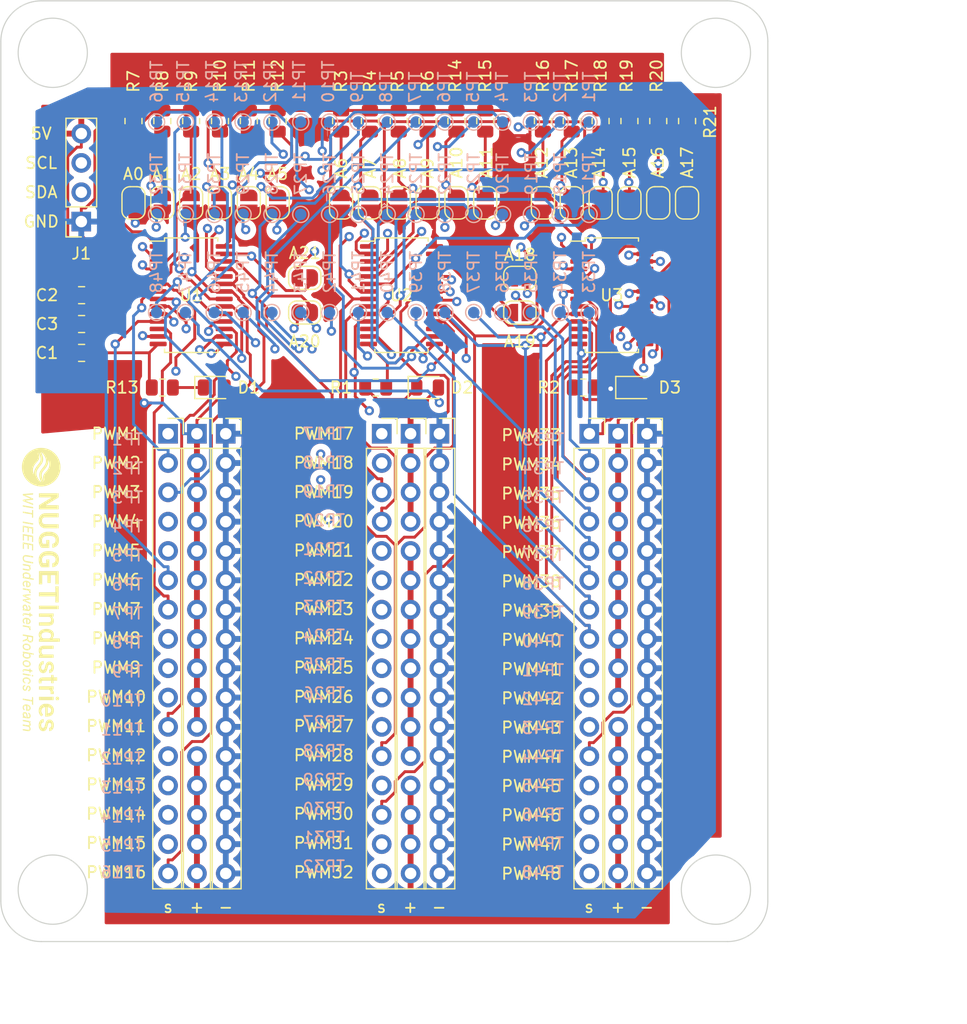
<source format=kicad_pcb>
(kicad_pcb (version 20211014) (generator pcbnew)
  (layers (0 "F.Cu" signal) (1 "In1.Cu" signal) (2 "In2.Cu" signal) (31 "B.Cu" signal) (34 "B.Paste" user) (35 "F.Paste" user) (36 "B.SilkS" user "B.Silkscreen") (37 "F.SilkS" user "F.Silkscreen") (38 "B.Mask" user) (39 "F.Mask" user) (44 "Edge.Cuts" user))
  (net 0 "")
  (net 1 "VCC")
  (net 2 "GND")
  (net 3 "Net-(D1-Pad1)")
  (net 4 "PWM16")
  (net 5 "PWM17")
  (net 6 "SDA")
  (net 7 "SCL")
  (net 8 "PWM0")
  (net 9 "PWM1")
  (net 10 "PWM2")
  (net 11 "PWM3")
  (net 12 "PWM4")
  (net 13 "PWM5")
  (net 14 "PWM6")
  (net 15 "PWM7")
  (net 16 "PWM8")
  (net 17 "PWM9")
  (net 18 "PWM10")
  (net 19 "PWM11")
  (net 20 "PWM12")
  (net 21 "PWM13")
  (net 22 "PWM14")
  (net 23 "PWM15")
  (net 24 "PWM18")
  (net 25 "PWM19")
  (net 26 "PWM20")
  (net 27 "PWM21")
  (net 28 "PWM22")
  (net 29 "PWM23")
  (net 30 "PWM24")
  (net 31 "PWM25")
  (net 32 "PWM26")
  (net 33 "PWM27")
  (net 34 "PWM28")
  (net 35 "PWM29")
  (net 36 "PWM30")
  (net 37 "PWM31")
  (net 38 "PWM32")
  (net 39 "PWM33")
  (net 40 "PWM34")
  (net 41 "PWM35")
  (net 42 "PWM36")
  (net 43 "PWM37")
  (net 44 "PWM38")
  (net 45 "PWM39")
  (net 46 "PWM40")
  (net 47 "PWM41")
  (net 48 "PWM42")
  (net 49 "PWM43")
  (net 50 "PWM44")
  (net 51 "PWM45")
  (net 52 "PWM46")
  (net 53 "PWM47")
  (net 54 "A1_0")
  (net 55 "A1_1")
  (net 56 "A1_2")
  (net 57 "A1_3")
  (net 58 "A1_4")
  (net 59 "A1_5")
  (net 60 "Net-(U2-Pad26)")
  (net 61 "Net-(U2-Pad27)")
  (net 62 "A0_0")
  (net 63 "A0_1")
  (net 64 "A0_2")
  (net 65 "A0_3")
  (net 66 "A0_4")
  (net 67 "A0_5")
  (net 68 "A2_0")
  (net 69 "A2_1")
  (net 70 "A2_2")
  (net 71 "A2_3")
  (net 72 "A2_4")
  (net 73 "A2_5")
  (net 74 "Net-(U3-Pad26)")
  (net 75 "Net-(U3-Pad27)")
  (net 76 "Net-(D2-Pad1)")
  (net 77 "Net-(D3-Pad1)")
  (footprint "Resistor_SMD:R_0805_2012Metric" (layer "F.Cu") (at 133.975 60.8225 90)
    (fp_text reference "R12")
    (fp_text value "10k" hide)
  )
  (footprint "Resistor_SMD:R_0805_2012Metric" (layer "F.Cu") (at 151.975 60.8225 90)
    (fp_text reference "R15")
    (fp_text value "10k" hide)
  )
  (footprint "Connector_PinSocket_2.54mm:PinSocket_1x16_P2.54mm_Vertical" (layer "F.Cu") (at 143 87.91)
    (fp_text reference "J3" hide)
    (fp_text value "Conn_01x16_Male" hide)
  )
  (footprint "Resistor_SMD:R_0805_2012Metric" (layer "F.Cu") (at 169.475 60.8225 90)
    (fp_text reference "R21")
    (fp_text value "10k" hide)
  )
  (footprint "Connector_PinSocket_2.54mm:PinSocket_1x16_P2.54mm_Vertical" (layer "F.Cu") (at 166 87.91)
    (fp_text reference "J10" hide)
    (fp_text value "Conn_01x16_Male" hide)
  )
  (footprint "Jumper:SolderJumper-2_P1.3mm_Open_RoundedPad1.0x1.5mm" (layer "F.Cu") (at 169.475 67.91 90)
    (fp_text reference "A17")
    (fp_text value "SolderJumper_2_Open" hide)
  )
  (footprint "Resistor_SMD:R_0805_2012Metric" (layer "F.Cu") (at 164.475 60.8225 90)
    (fp_text reference "R19")
    (fp_text value "10k" hide)
  )
  (footprint "Jumper:SolderJumper-2_P1.3mm_Open_RoundedPad1.0x1.5mm" (layer "F.Cu") (at 121.475 67.91 90)
    (fp_text reference "A0")
    (fp_text value "SolderJumper_2_Open" hide)
  )
  (footprint "Connector_PinSocket_2.54mm:PinSocket_1x16_P2.54mm_Vertical" (layer "F.Cu") (at 163.5 87.91)
    (fp_text reference "J9" hide)
    (fp_text value "Conn_01x16_Male" hide)
  )
  (footprint "Jumper:SolderJumper-2_P1.3mm_Open_RoundedPad1.0x1.5mm" (layer "F.Cu") (at 126.475 67.91 90)
    (fp_text reference "A2")
    (fp_text value "SolderJumper_2_Open" hide)
  )
  (footprint "Jumper:SolderJumper-2_P1.3mm_Open_RoundedPad1.0x1.5mm" (layer "F.Cu") (at 161.975 67.91 90)
    (fp_text reference "A14")
    (fp_text value "SolderJumper_2_Open" hide)
  )
  (footprint "Jumper:SolderJumper-2_P1.3mm_Open_RoundedPad1.0x1.5mm" (layer "F.Cu") (at 164.475 67.91 90)
    (fp_text reference "A15")
    (fp_text value "SolderJumper_2_Open" hide)
  )
  (footprint "Resistor_SMD:R_0805_2012Metric" (layer "F.Cu") (at 126.475 60.8225 90)
    (fp_text reference "R9")
    (fp_text value "10k" hide)
  )
  (footprint "Jumper:SolderJumper-2_P1.3mm_Open_RoundedPad1.0x1.5mm" (layer "F.Cu") (at 128.975 67.91 90)
    (fp_text reference "A3")
    (fp_text value "SolderJumper_2_Open" hide)
  )
  (footprint "Resistor_SMD:R_0805_2012Metric" (layer "F.Cu") (at 128.975 60.8225 -90)
    (fp_text reference "R10")
    (fp_text value "10k" hide)
  )
  (footprint "Resistor_SMD:R_0805_2012Metric" (layer "F.Cu") (at 121.475 60.8225 -90)
    (fp_text reference "R7")
    (fp_text value "10k" hide)
  )
  (footprint "LOGO" (layer "F.Cu") (at 113.475 101.41 -90)
    (fp_text reference "G***" hide)
    (fp_text value "LOGO" hide)
  )
  (footprint "Connector_PinSocket_2.54mm:PinSocket_1x16_P2.54mm_Vertical" (layer "F.Cu") (at 145.5 87.91)
    (fp_text reference "J4" hide)
    (fp_text value "Conn_01x16_Male" hide)
  )
  (footprint "Capacitor_SMD:C_0805_2012Metric" (layer "F.Cu") (at 116.975 75.91)
    (fp_text reference "C2")
    (fp_text value "10u" hide)
  )
  (footprint "Jumper:SolderJumper-2_P1.3mm_Open_RoundedPad1.0x1.5mm" (layer "F.Cu") (at 151.975 67.91 90)
    (fp_text reference "A11")
    (fp_text value "SolderJumper_2_Open" hide)
  )
  (footprint "Resistor_SMD:R_0805_2012Metric" (layer "F.Cu") (at 131.475 60.8225 90)
    (fp_text reference "R11")
    (fp_text value "10k" hide)
  )
  (footprint "Jumper:SolderJumper-2_P1.3mm_Open_RoundedPad1.0x1.5mm" (layer "F.Cu") (at 149.475 67.91 90)
    (fp_text reference "A10")
    (fp_text value "SolderJumper_2_Open" hide)
  )
  (footprint "Jumper:SolderJumper-2_P1.3mm_Open_RoundedPad1.0x1.5mm" (layer "F.Cu") (at 144.475 67.91 90)
    (fp_text reference "A8")
    (fp_text value "SolderJumper_2_Open" hide)
  )
  (footprint "Resistor_SMD:R_0805_2012Metric" (layer "F.Cu") (at 141.975 60.8225 90)
    (fp_text reference "R4")
    (fp_text value "10k" hide)
  )
  (footprint "Diode_SMD:D_0805_2012Metric" (layer "F.Cu") (at 164.975 83.91)
    (fp_text reference "D3")
    (fp_text value "LED" hide)
  )
  (footprint "Jumper:SolderJumper-2_P1.3mm_Open_RoundedPad1.0x1.5mm" (layer "F.Cu") (at 156.975 67.91 90)
    (fp_text reference "A12")
    (fp_text value "SolderJumper_2_Open" hide)
  )
  (footprint "Connector_PinSocket_2.54mm:PinSocket_1x16_P2.54mm_Vertical" (layer "F.Cu") (at 129.475 87.91)
    (fp_text reference "J6" hide)
    (fp_text value "Conn_01x16_Male" hide)
  )
  (footprint "Resistor_SMD:R_0805_2012Metric" (layer "F.Cu") (at 142.475 83.91)
    (fp_text reference "R1")
    (fp_text value "220" hide)
  )
  (footprint "Resistor_SMD:R_0805_2012Metric" (layer "F.Cu") (at 161.975 60.8225 90)
    (fp_text reference "R18")
    (fp_text value "10k" hide)
  )
  (footprint "Resistor_SMD:R_0805_2012Metric" (layer "F.Cu") (at 160.475 83.91)
    (fp_text reference "R2")
    (fp_text value "220" hide)
  )
  (footprint "Jumper:SolderJumper-2_P1.3mm_Open_RoundedPad1.0x1.5mm" (layer "F.Cu") (at 159.475 67.91 90)
    (fp_text reference "A13")
    (fp_text value "SolderJumper_2_Open" hide)
  )
  (footprint "Resistor_SMD:R_0805_2012Metric" (layer "F.Cu") (at 149.475 60.8225 90)
    (fp_text reference "R14")
    (fp_text value "10k" hide)
  )
  (footprint "Package_SO:TSSOP-28_4.4x9.7mm_P0.65mm" (layer "F.Cu") (at 162.95 75.91)
    (fp_text reference "U3")
    (fp_text value "PCA9685PW")
  )
  (footprint "Connector_PinSocket_2.54mm:PinSocket_1x16_P2.54mm_Vertical" (layer "F.Cu") (at 126.975 87.91)
    (fp_text reference "J5" hide)
    (fp_text value "Conn_01x16_Male" hide)
  )
  (footprint "Capacitor_SMD:C_0805_2012Metric" (layer "F.Cu") (at 116.975 78.41)
    (fp_text reference "C3")
    (fp_text value "10u" hide)
  )
  (footprint "Resistor_SMD:R_0805_2012Metric" (layer "F.Cu") (at 144.475 60.8225 90)
    (fp_text reference "R5")
    (fp_text value "10k" hide)
  )
  (footprint "Resistor_SMD:R_0805_2012Metric" (layer "F.Cu") (at 123.975 60.8225 90)
    (fp_text reference "R8")
    (fp_text value "10k" hide)
  )
  (footprint "Jumper:SolderJumper-2_P1.3mm_Open_RoundedPad1.0x1.5mm" (layer "F.Cu") (at 123.975 67.91 90)
    (fp_text reference "A1")
    (fp_text value "SolderJumper_2_Open" hide)
  )
  (footprint "Jumper:SolderJumper-2_P1.3mm_Open_RoundedPad1.0x1.5mm" (layer "F.Cu") (at 141.975 67.91 90)
    (fp_text reference "A7")
    (fp_text value "SolderJumper_2_Open" hide)
  )
  (footprint "Resistor_SMD:R_0805_2012Metric" (layer "F.Cu") (at 139.475 60.8225 90)
    (fp_text reference "R3")
    (fp_text value "10k" hide)
  )
  (footprint "Connector_PinSocket_2.54mm:PinSocket_1x04_P2.54mm_Vertical" (layer "F.Cu") (at 116.95 69.53 180)
    (fp_text reference "J1")
    (fp_text value "Conn_01x04_Male" hide)
  )
  (footprint "Diode_SMD:D_0805_2012Metric" (layer "F.Cu") (at 146.975 83.91)
    (fp_text reference "D2")
    (fp_text value "LED" hide)
  )
  (footprint "Jumper:SolderJumper-2_P1.3mm_Open_RoundedPad1.0x1.5mm" (layer "F.Cu") (at 139.475 67.91 90)
    (fp_text reference "A6")
    (fp_text value "SolderJumper_2_Open" hide)
  )
  (footprint "Jumper:SolderJumper-2_P1.3mm_Open_RoundedPad1.0x1.5mm" (layer "F.Cu") (at 136.325 74.41 180)
    (fp_text reference "A21")
    (fp_text value "SolderJumper_2_Open" hide)
  )
  (footprint "Jumper:SolderJumper-2_P1.3mm_Open_RoundedPad1.0x1.5mm" (layer "F.Cu") (at 146.975 67.91 90)
    (fp_text reference "A9")
    (fp_text value "SolderJumper_2_Open" hide)
  )
  (footprint "Resistor_SMD:R_0805_2012Metric" (layer "F.Cu") (at 156.975 60.8225 90)
    (fp_text reference "R16")
    (fp_text value "10k" hide)
  )
  (footprint "Connector_PinSocket_2.54mm:PinSocket_1x16_P2.54mm_Vertical" (layer "F.Cu") (at 148 87.91)
    (fp_text reference "J7" hide)
    (fp_text value "Conn_01x16_Male" hide)
  )
  (footprint "Diode_SMD:D_0805_2012Metric" (layer "F.Cu") (at 128.475 83.91)
    (fp_text reference "D1")
    (fp_text value "LED" hide)
  )
  (footprint "Jumper:SolderJumper-2_P1.3mm_Open_RoundedPad1.0x1.5mm" (layer "F.Cu") (at 131.475 67.91 90)
    (fp_text reference "A4")
    (fp_text value "SolderJumper_2_Open" hide)
  )
  (footprint "Jumper:SolderJumper-2_P1.3mm_Open_RoundedPad1.0x1.5mm" (layer "F.Cu") (at 154.975 77.41 180)
    (fp_text reference "A19")
    (fp_text value "SolderJumper_2_Open" hide)
  )
  (footprint "Resistor_SMD:R_0805_2012Metric" (layer "F.Cu") (at 166.975 60.8225 90)
    (fp_text reference "R20")
    (fp_text value "10k" hide)
  )
  (footprint "Jumper:SolderJumper-2_P1.3mm_Open_RoundedPad1.0x1.5mm" (layer "F.Cu") (at 136.325 77.41 180)
    (fp_text reference "A20")
    (fp_text value "SolderJumper_2_Open" hide)
  )
  (footprint "Resistor_SMD:R_0805_2012Metric" (layer "F.Cu") (at 123.975 83.91 180)
    (fp_text reference "R13")
    (fp_text value "220" hide)
  )
  (footprint "Jumper:SolderJumper-2_P1.3mm_Open_RoundedPad1.0x1.5mm" (layer "F.Cu") (at 133.975 67.91 90)
    (fp_text reference "A5")
    (fp_text value "SolderJumper_2_Open" hide)
  )
  (footprint "Capacitor_SMD:C_0805_2012Metric" (layer "F.Cu") (at 116.975 80.91)
    (fp_text reference "C1")
    (fp_text value "10u" hide)
  )
  (footprint "Package_SO:TSSOP-28_4.4x9.7mm_P0.65mm" (layer "F.Cu") (at 144.7125 75.91)
    (fp_text reference "U2")
    (fp_text value "PCA9685PW")
  )
  (footprint "Connector_PinSocket_2.54mm:PinSocket_1x16_P2.54mm_Vertical" (layer "F.Cu") (at 161 87.91)
    (fp_text reference "J8" hide)
    (fp_text value "Conn_01x16_Male" hide)
  )
  (footprint "Resistor_SMD:R_0805_2012Metric" (layer "F.Cu") (at 146.975 60.8225 90)
    (fp_text reference "R6")
    (fp_text value "10k" hide)
  )
  (footprint "Package_SO:TSSOP-28_4.4x9.7mm_P0.65mm" (layer "F.Cu") (at 126.475 75.91)
    (fp_text reference "U1")
    (fp_text value "PCA9685PW")
  )
  (footprint "Connector_PinSocket_2.54mm:PinSocket_1x16_P2.54mm_Vertical" (layer "F.Cu") (at 124.475 87.91)
    (fp_text reference "J2" hide)
    (fp_text value "Conn_01x16_Male" hide)
  )
  (footprint "Resistor_SMD:R_0805_2012Metric" (layer "F.Cu") (at 159.475 60.8225 90)
    (fp_text reference "R17")
    (fp_text value "10k" hide)
  )
  (footprint "Jumper:SolderJumper-2_P1.3mm_Open_RoundedPad1.0x1.5mm" (layer "F.Cu") (at 166.975 67.91 90)
    (fp_text reference "A16")
    (fp_text value "SolderJumper_2_Open" hide)
  )
  (footprint "Jumper:SolderJumper-2_P1.3mm_Open_RoundedPad1.0x1.5mm" (layer "F.Cu") (at 154.975 74.41 180)
    (fp_text reference "A18")
    (fp_text value "SolderJumper_2_Open" hide)
  )
  (footprint "TestPoint:TestPoint_Pad_D1.0mm" (layer "B.Cu") (at 150.975 60.91 90)
    (fp_text reference "TP5")
    (fp_text value "TP")
  )
  (footprint "TestPoint:TestPoint_Pad_D1.0mm" (layer "B.Cu") (at 140.975 77.41 90)
    (fp_text reference "TP41")
    (fp_text value "TP")
  )
  (footprint "TestPoint:TestPoint_Pad_D1.0mm" (layer "B.Cu") (at 145.975 68.91 90)
    (fp_text reference "TP23")
    (fp_text value "TP")
  )
  (footprint "TestPoint:TestPoint_Pad_D1.0mm" (layer "B.Cu") (at 135.975 77.41 90)
    (fp_text reference "TP43")
    (fp_text value "TP")
  )
  (footprint "TestPoint:TestPoint_Pad_D1.0mm" (layer "B.Cu") (at 158.475 68.91 90)
    (fp_text reference "TP18")
    (fp_text value "TP")
  )
  (footprint "TestPoint:TestPoint_Pad_D1.0mm" (layer "B.Cu") (at 138.475 68.91 90)
    (fp_text reference "TP26")
    (fp_text value "TP")
  )
  (footprint "TestPoint:TestPoint_Pad_D1.0mm" (layer "B.Cu") (at 135.975 60.91 90)
    (fp_text reference "TP11")
    (fp_text value "TP")
  )
  (footprint "TestPoint:TestPoint_Pad_D1.0mm" (layer "B.Cu") (at 140.975 60.91 90)
    (fp_text reference "TP9")
    (fp_text value "TP")
  )
  (footprint "TestPoint:TestPoint_Pad_D1.0mm" (layer "B.Cu") (at 143.475 68.91 90)
    (fp_text reference "TP24")
    (fp_text value "TP")
  )
  (footprint "TestPoint:TestPoint_Pad_D1.0mm" (layer "B.Cu") (at 125.975 68.91 90)
    (fp_text reference "TP31")
    (fp_text value "TP")
  )
  (footprint "TestPoint:TestPoint_Pad_D1.0mm" (layer "B.Cu") (at 123.475 68.91 90)
    (fp_text reference "TP32")
    (fp_text value "TP")
  )
  (footprint "TestPoint:TestPoint_Pad_D1.0mm" (layer "B.Cu") (at 143.475 60.91 90)
    (fp_text reference "TP8")
    (fp_text value "TP")
  )
  (footprint "TestPoint:TestPoint_Pad_D1.0mm" (layer "B.Cu") (at 145.975 60.91 90)
    (fp_text reference "TP7")
    (fp_text value "TP")
  )
  (footprint "TestPoint:TestPoint_Pad_D1.0mm" (layer "B.Cu") (at 125.975 77.41 90)
    (fp_text reference "TP47")
    (fp_text value "TP")
  )
  (footprint "TestPoint:TestPoint_Pad_D1.0mm" (layer "B.Cu") (at 133.475 68.91 90)
    (fp_text reference "TP28")
    (fp_text value "TP")
  )
  (footprint "TestPoint:TestPoint_Pad_D1.0mm" (layer "B.Cu") (at 160.975 68.91 90)
    (fp_text reference "TP17")
    (fp_text value "TP")
  )
  (footprint "TestPoint:TestPoint_Pad_D1.0mm" (layer "B.Cu") (at 155.975 68.91 90)
    (fp_text reference "TP19")
    (fp_text value "TP")
  )
  (footprint "TestPoint:TestPoint_Pad_D1.0mm" (layer "B.Cu") (at 145.975 77.41 90)
    (fp_text reference "TP39")
    (fp_text value "TP")
  )
  (footprint "TestPoint:TestPoint_Pad_D1.0mm" (layer "B.Cu") (at 138.475 60.91 90)
    (fp_text reference "TP10")
    (fp_text value "TP")
  )
  (footprint "TestPoint:TestPoint_Pad_D1.0mm" (layer "B.Cu") (at 135.975 68.91 90)
    (fp_text reference "TP27")
    (fp_text value "TP")
  )
  (footprint "TestPoint:TestPoint_Pad_D1.0mm" (layer "B.Cu") (at 160.975 60.91 90)
    (fp_text reference "TP1")
    (fp_text value "TP")
  )
  (footprint "TestPoint:TestPoint_Pad_D1.0mm" (layer "B.Cu") (at 148.475 77.41 90)
    (fp_text reference "TP38")
    (fp_text value "TP")
  )
  (footprint "TestPoint:TestPoint_Pad_D1.0mm" (layer "B.Cu") (at 130.975 68.91 90)
    (fp_text reference "TP29")
    (fp_text value "TP")
  )
  (footprint "TestPoint:TestPoint_Pad_D1.0mm" (layer "B.Cu") (at 160.975 77.41 90)
    (fp_text reference "TP33")
    (fp_text value "TP")
  )
  (footprint "TestPoint:TestPoint_Pad_D1.0mm" (layer "B.Cu") (at 133.475 77.41 90)
    (fp_text reference "TP44")
    (fp_text value "TP")
  )
  (footprint "TestPoint:TestPoint_Pad_D1.0mm" (layer "B.Cu") (at 123.475 77.41 90)
    (fp_text reference "TP48")
    (fp_text value "TP")
  )
  (footprint "TestPoint:TestPoint_Pad_D1.0mm" (layer "B.Cu") (at 128.475 60.91 90)
    (fp_text reference "TP14")
    (fp_text value "TP")
  )
  (footprint "TestPoint:TestPoint_Pad_D1.0mm" (layer "B.Cu") (at 138.475 77.41 90)
    (fp_text reference "TP42")
    (fp_text value "TP")
  )
  (footprint "TestPoint:TestPoint_Pad_D1.0mm" (layer "B.Cu") (at 153.475 68.91 90)
    (fp_text reference "TP20")
    (fp_text value "TP")
  )
  (footprint "TestPoint:TestPoint_Pad_D1.0mm" (layer "B.Cu") (at 140.975 68.91 90)
    (fp_text reference "TP25")
    (fp_text value "TP")
  )
  (footprint "TestPoint:TestPoint_Pad_D1.0mm" (layer "B.Cu") (at 133.475 60.91 90)
    (fp_text reference "TP12")
    (fp_text value "TP")
  )
  (footprint "TestPoint:TestPoint_Pad_D1.0mm" (layer "B.Cu") (at 130.975 60.91 90)
    (fp_text reference "TP13")
    (fp_text value "TP")
  )
  (footprint "TestPoint:TestPoint_Pad_D1.0mm" (layer "B.Cu") (at 130.975 77.41 90)
    (fp_text reference "TP45")
    (fp_text value "TP")
  )
  (footprint "TestPoint:TestPoint_Pad_D1.0mm" (layer "B.Cu") (at 128.475 68.91 90)
    (fp_text reference "TP30")
    (fp_text value "TP")
  )
  (footprint "TestPoint:TestPoint_Pad_D1.0mm" (layer "B.Cu") (at 155.975 60.91 90)
    (fp_text reference "TP3")
    (fp_text value "TP")
  )
  (footprint "TestPoint:TestPoint_Pad_D1.0mm" (layer "B.Cu") (at 125.975 60.91 90)
    (fp_text reference "TP15")
    (fp_text value "TP")
  )
  (footprint "TestPoint:TestPoint_Pad_D1.0mm" (layer "B.Cu") (at 128.475 77.41 90)
    (fp_text reference "TP46")
    (fp_text value "TP")
  )
  (footprint "TestPoint:TestPoint_Pad_D1.0mm" (layer "B.Cu") (at 143.475 77.41 90)
    (fp_text reference "TP40")
    (fp_text value "TP")
  )
  (footprint "TestPoint:TestPoint_Pad_D1.0mm" (layer "B.Cu") (at 153.475 60.91 90)
    (fp_text reference "TP4")
    (fp_text value "TP")
  )
  (footprint "TestPoint:TestPoint_Pad_D1.0mm" (layer "B.Cu") (at 123.475 60.91 90)
    (fp_text reference "TP16")
    (fp_text value "TP")
  )
  (footprint "TestPoint:TestPoint_Pad_D1.0mm" (layer "B.Cu") (at 158.475 77.41 90)
    (fp_text reference "TP34")
    (fp_text value "TP")
  )
  (footprint "TestPoint:TestPoint_Pad_D1.0mm" (layer "B.Cu") (at 158.475 60.91 90)
    (fp_text reference "TP2")
    (fp_text value "TP")
  )
  (footprint "TestPoint:TestPoint_Pad_D1.0mm" (layer "B.Cu") (at 150.975 68.91 90)
    (fp_text reference "TP21")
    (fp_text value "TP")
  )
  (footprint "TestPoint:TestPoint_Pad_D1.0mm" (layer "B.Cu") (at 150.975 77.41 90)
    (fp_text reference "TP37")
    (fp_text value "TP")
  )
  (footprint "TestPoint:TestPoint_Pad_D1.0mm" (layer "B.Cu") (at 148.475 60.91 90)
    (fp_text reference "TP6")
    (fp_text value "TP")
  )
  (footprint "TestPoint:TestPoint_Pad_D1.0mm" (layer "B.Cu") (at 153.475 77.41 90)
    (fp_text reference "TP36")
    (fp_text value "TP")
  )
  (footprint "TestPoint:TestPoint_Pad_D1.0mm" (layer "B.Cu") (at 148.475 68.91 90)
    (fp_text reference "TP22")
    (fp_text value "TP")
  )
  (footprint "TestPoint:TestPoint_Pad_D1.0mm" (layer "B.Cu") (at 155.975 77.41 90)
    (fp_text reference "TP35")
    (fp_text value "TP")
  )
  (gr_circle (center 171.975 127.41) (end 171.975 124.41) (layer "Edge.Cuts") (width 0.1) (fill none))
  (gr_arc (start 172.975 50.41) (mid 175.449874 51.435126) (end 176.475 53.91) (layer "Edge.Cuts") (width 0.1))
  (gr_arc (start 113.475 131.91) (mid 111.000126 130.884874) (end 109.975 128.41) (layer "Edge.Cuts") (width 0.1))
  (gr_circle (center 114.475 127.41) (end 114.475 124.41) (layer "Edge.Cuts") (width 0.1) (fill none))
  (gr_line (start 172.975 50.41) (end 113.475 50.41) (layer "Edge.Cuts") (width 0.1))
  (gr_arc (start 176.475 128.41) (mid 175.449874 130.884874) (end 172.975 131.91) (layer "Edge.Cuts") (width 0.1))
  (gr_circle (center 171.975 54.91) (end 171.975 51.91) (layer "Edge.Cuts") (width 0.1) (fill none))
  (gr_arc (start 109.975 53.91) (mid 111.000126 51.435126) (end 113.475 50.41) (layer "Edge.Cuts") (width 0.1))
  (gr_circle (center 114.475 54.91) (end 114.475 51.91) (layer "Edge.Cuts") (width 0.1) (fill none))
  (gr_line (start 109.975 53.91) (end 109.975 128.41) (layer "Edge.Cuts") (width 0.1))
  (gr_line (start 113.475 131.91) (end 172.975 131.91) (layer "Edge.Cuts") (width 0.1))
  (gr_line (start 176.475 128.41) (end 176.475 53.91) (layer "Edge.Cuts") (width 0.1))
  (gr_text "TP31" (at 137.975 122.91) (layer "B.SilkS") (effects (font (size 1 1)) (justify mirror)))
  (gr_text "TP6" (at 120.951191 100.976325) (layer "B.SilkS") (effects (font (size 1 1)) (justify mirror)))
  (gr_text "TP33" (at 156.975 88.41) (layer "B.SilkS") (effects (font (size 1 1)) (justify mirror)))
  (gr_text "TP40" (at 156.975 105.91) (layer "B.SilkS") (effects (font (size 1 1)) (justify mirror)))
  (gr_text "TP28" (at 137.975 115.41) (layer "B.SilkS") (effects (font (size 1 1)) (justify mirror)))
  (gr_text "TP35" (at 156.975 93.41) (layer "B.SilkS") (effects (font (size 1 1)) (justify mirror)))
  (gr_text "TP48" (at 156.975 125.91) (layer "B.SilkS") (effects (font (size 1 1)) (justify mirror)))
  (gr_text "TP45" (at 156.975 118.41) (layer "B.SilkS") (effects (font (size 1 1)) (justify mirror)))
  (gr_text "TP23" (at 137.975 102.91) (layer "B.SilkS") (effects (font (size 1 1)) (justify mirror)))
  (gr_text "TP22" (at 137.975 100.41) (layer "B.SilkS") (effects (font (size 1 1)) (justify mirror)))
  (gr_text "TP37" (at 156.975 98.41) (layer "B.SilkS") (effects (font (size 1 1)) (justify mirror)))
  (gr_text "TP12" (at 120.475 116.055915) (layer "B.SilkS") (effects (font (size 1 1)) (justify mirror)))
  (gr_text "TP24" (at 137.975 105.41) (layer "B.SilkS") (effects (font (size 1 1)) (justify mirror)))
  (gr_text "TP5" (at 120.951191 98.46306) (layer "B.SilkS") (effects (font (size 1 1)) (justify mirror)))
  (gr_text "TP39" (at 156.975 103.41) (layer "B.SilkS") (effects (font (size 1 1)) (justify mirror)))
  (gr_text "TP18" (at 137.975 90.41) (layer "B.SilkS") (effects (font (size 1 1)) (justify mirror)))
  (gr_text "TP32" (at 137.975 125.41) (layer "B.SilkS") (effects (font (size 1 1)) (justify mirror)))
  (gr_text "TP43" (at 156.975 113.41) (layer "B.SilkS") (effects (font (size 1 1)) (justify mirror)))
  (gr_text "TP3" (at 120.951191 93.43653) (layer "B.SilkS") (effects (font (size 1 1)) (justify mirror)))
  (gr_text "TP9" (at 120.951191 108.51612) (layer "B.SilkS") (effects (font (size 1 1)) (justify mirror)))
  (gr_text "TP38" (at 156.975 100.91) (layer "B.SilkS") (effects (font (size 1 1)) (justify mirror)))
  (gr_text "TP29" (at 137.975 117.91) (layer "B.SilkS") (effects (font (size 1 1)) (justify mirror)))
  (gr_text "TP27" (at 137.975 112.91) (layer "B.SilkS") (effects (font (size 1 1)) (justify mirror)))
  (gr_text "TP13" (at 120.475 118.56918) (layer "B.SilkS") (effects (font (size 1 1)) (justify mirror)))
  (gr_text "TP36" (at 156.975 95.91) (layer "B.SilkS") (effects (font (size 1 1)) (justify mirror)))
  (gr_text "TP46" (at 156.975 120.91) (layer "B.SilkS") (effects (font (size 1 1)) (justify mirror)))
  (gr_text "TP41" (at 156.975 108.41) (layer "B.SilkS") (effects (font (size 1 1)) (justify mirror)))
  (gr_text "TP26" (at 137.975 110.41) (layer "B.SilkS") (effects (font (size 1 1)) (justify mirror)))
  (gr_text "TP2" (at 120.951191 90.923265) (layer "B.SilkS") (effects (font (size 1 1)) (justify mirror)))
  (gr_text "TP20" (at 137.975 95.41) (layer "B.SilkS") (effects (font (size 1 1)) (justify mirror)))
  (gr_text "TP44" (at 156.975 115.91) (layer "B.SilkS") (effects (font (size 1 1)) (justify mirror)))
  (gr_text "TP42" (at 156.975 110.91) (layer "B.SilkS") (effects (font (size 1 1)) (justify mirror)))
  (gr_text "TP47" (at 156.975 123.41) (layer "B.SilkS") (effects (font (size 1 1)) (justify mirror)))
  (gr_text "TP10" (at 120.475 111.029385) (layer "B.SilkS") (effects (font (size 1 1)) (justify mirror)))
  (gr_text "TP7" (at 120.951191 103.48959) (layer "B.SilkS") (effects (font (size 1 1)) (justify mirror)))
  (gr_text "TP34" (at 156.975 90.91) (layer "B.SilkS") (effects (font (size 1 1)) (justify mirror)))
  (gr_text "TP4" (at 120.951191 95.949795) (layer "B.SilkS") (effects (font (size 1 1)) (justify mirror)))
  (gr_text "TP21" (at 137.975 97.91) (layer "B.SilkS") (effects (font (size 1 1)) (justify mirror)))
  (gr_text "TP11" (at 120.475 113.54265) (layer "B.SilkS") (effects (font (size 1 1)) (justify mirror)))
  (gr_text "TP14" (at 120.475 121.082445) (layer "B.SilkS") (effects (font (size 1 1)) (justify mirror)))
  (gr_text "TP17" (at 137.975 87.91) (layer "B.SilkS") (effects (font (size 1 1)) (justify mirror)))
  (gr_text "TP30" (at 137.975 120.41) (layer "B.SilkS") (effects (font (size 1 1)) (justify mirror)))
  (gr_text "TP16" (at 120.475 125.91) (layer "B.SilkS") (effects (font (size 1 1)) (justify mirror)))
  (gr_text "TP8" (at 120.951191 106.002855) (layer "B.SilkS") (effects (font (size 1 1)) (justify mirror)))
  (gr_text "TP1" (at 120.951191 88.41) (layer "B.SilkS") (effects (font (size 1 1)) (justify mirror)))
  (gr_text "TP15" (at 120.475 123.59572) (layer "B.SilkS") (effects (font (size 1 1)) (justify mirror)))
  (gr_text "TP19" (at 137.975 92.91) (layer "B.SilkS") (effects (font (size 1 1)) (justify mirror)))
  (gr_text "TP25" (at 137.975 107.91) (layer "B.SilkS") (effects (font (size 1 1)) (justify mirror)))
  (gr_text "PWM18" (at 137.975 90.443333) (layer "F.SilkS") (effects (font (size 1 1))))
  (gr_text "-" (at 147.975 128.91) (layer "F.SilkS") (effects (font (size 1 1))))
  (gr_text "PWM8" (at 119.975 105.643331) (layer "F.SilkS") (effects (font (size 1 1))))
  (gr_text "PWM5" (at 119.975 98.043332) (layer "F.SilkS") (effects (font (size 1 1))))
  (gr_text "PWM43" (at 155.975 113.376667) (layer "F.SilkS") (effects (font (size 1 1))))
  (gr_text "5V" (at 113.475 61.91) (layer "F.SilkS") (effects (font (size 1 1))))
  (gr_text "PWM44" (at 155.975 115.91) (layer "F.SilkS") (effects (font (size 1 1))))
  (gr_text "+" (at 145.475 128.91) (layer "F.SilkS") (effects (font (size 1 1))))
  (gr_text "PWM20" (at 137.975 95.509999) (layer "F.SilkS") (effects (font (size 1 1))))
  (gr_text "PWM27" (at 137.975 113.24333) (layer "F.SilkS") (effects (font (size 1 1))))
  (gr_text "PWM16" (at 119.975 125.91) (layer "F.SilkS") (effects (font (size 1 1))))
  (gr_text "PWM40" (at 155.975 105.776668) (layer "F.SilkS") (effects (font (size 1 1))))
  (gr_text "PWM37" (at 155.975 98.176669) (layer "F.SilkS") (effects (font (size 1 1))))
  (gr_text "PWM12" (at 119.975 115.776663) (layer "F.SilkS") (effects (font (size 1 1))))
  (gr_text "PWM36" (at 155.975 95.643336) (layer "F.SilkS") (effects (font (size 1 1))))
  (gr_text "s" (at 160.975 128.91) (layer "F.SilkS") (effects (font (size 1 1))))
  (gr_text "PWM29" (at 137.975 118.309996) (layer "F.SilkS") (effects (font (size 1 1))))
  (gr_text "PWM13" (at 119.975 118.309996) (layer "F.SilkS") (effects (font (size 1 1))))
  (gr_text "PWM31" (at 137.975 123.376662) (layer "F.SilkS") (effects (font (size 1 1))))
  (gr_text "PWM11" (at 119.975 113.24333) (layer "F.SilkS") (effects (font (size 1 1))))
  (gr_text "SDA" (at 113.475 66.99) (layer "F.SilkS") (effects (font (size 1 1))))
  (gr_text "PWM34" (at 155.975 90.57667) (layer "F.SilkS") (effects (font (size 1 1))))
  (gr_text "PWM38" (at 155.975 100.710002) (layer "F.SilkS") (effects (font (size 1 1))))
  (gr_text "PWM15" (at 119.975 123.376662) (layer "F.SilkS") (effects (font (size 1 1))))
  (gr_text "PWM17" (at 137.975 87.91) (layer "F.SilkS") (effects (font (size 1 1))))
  (gr_text "PWM42" (at 155.975 110.843334) (layer "F.SilkS") (effects (font (size 1 1))))
  (gr_text "PWM1" (at 119.975 87.91) (layer "F.SilkS") (effects (font (size 1 1))))
  (gr_text "PWM6" (at 119.975 100.576665) (layer "F.SilkS") (effects (font (size 1 1))))
  (gr_text "PWM39" (at 155.975 103.243335) (layer "F.SilkS") (effects (font (size 1 1))))
  (gr_text "PWM32" (at 137.975 125.91) (layer "F.SilkS") (effects (font (size 1 1))))
  (gr_text "PWM26" (at 137.975 110.709997) (layer "F.SilkS") (effects (font (size 1 1))))
  (gr_text "PWM41" (at 155.975 108.310001) (layer "F.SilkS") (effects (font (size 1 1))))
  (gr_text "+" (at 126.975 128.91) (layer "F.SilkS") (effects (font (size 1 1))))
  (gr_text "-" (at 129.475 128.91) (layer "F.SilkS") (effects (font (size 1 1))))
  (gr_text "SCL" (at 113.475 64.45) (layer "F.SilkS") (effects (font (size 1 1))))
  (gr_text "PWM47" (at 155.975 123.509999) (layer "F.SilkS") (effects (font (size 1 1))))
  (gr_text "PWM3" (at 119.975 92.976666) (layer "F.SilkS") (effects (font (size 1 1))))
  (gr_text "s" (at 142.975 128.91) (layer "F.SilkS") (effects (font (size 1 1))))
  (gr_text "PWM9" (at 119.975 108.176664) (layer "F.SilkS") (effects (font (size 1 1))))
  (gr_text "PWM35" (at 155.975 93.110003) (layer "F.SilkS") (effects (font (size 1 1))))
  (gr_text "GND" (at 113.475 69.53) (layer "F.SilkS") (effects (font (size 1 1))))
  (gr_text "PWM21" (at 137.975 98.043332) (layer "F.SilkS") (effects (font (size 1 1))))
  (gr_text "PWM19" (at 137.975 92.976666) (layer "F.SilkS") (effects (font (size 1 1))))
  (gr_text "PWM14" (at 119.975 120.843329) (layer "F.SilkS") (effects (font (size 1 1))))
  (gr_text "PWM33" (at 155.975 88.043337) (layer "F.SilkS") (effects (font (size 1 1))))
  (gr_text "PWM24" (at 137.975 105.643331) (layer "F.SilkS") (effects (font (size 1 1))))
  (gr_text "PWM46" (at 155.975 120.976666) (layer "F.SilkS") (effects (font (size 1 1))))
  (gr_text "PWM45" (at 155.975 118.443333) (layer "F.SilkS") (effects (font (size 1 1))))
  (gr_text "PWM48" (at 155.975 126.043337) (layer "F.SilkS") (effects (font (size 1 1))))
  (gr_text "PWM2" (at 119.975 90.443333) (layer "F.SilkS") (effects (font (size 1 1))))
  (gr_text "PWM25" (at 137.975 108.176664) (layer "F.SilkS") (effects (font (size 1 1))))
  (gr_text "PWM22" (at 137.975 100.576665) (layer "F.SilkS") (effects (font (size 1 1))))
  (gr_text "PWM23" (at 137.975 103.109998) (layer "F.SilkS") (effects (font (size 1 1))))
  (gr_text "+" (at 163.475 128.91) (layer "F.SilkS") (effects (font (size 1 1))))
  (gr_text "s" (at 124.475 128.91) (layer "F.SilkS") (effects (font (size 1 1))))
  (gr_text "PWM30" (at 137.975 120.843329) (layer "F.SilkS") (effects (font (size 1 1))))
  (gr_text "PWM28" (at 137.975 115.776663) (layer "F.SilkS") (effects (font (size 1 1))))
  (gr_text "PWM7" (at 119.975 103.109998) (layer "F.SilkS") (effects (font (size 1 1))))
  (gr_text "PWM4" (at 119.975 95.509999) (layer "F.SilkS") (effects (font (size 1 1))))
  (gr_text "PWM10" (at 119.975 110.709997) (layer "F.SilkS") (effects (font (size 1 1))))
  (gr_text "-" (at 165.975 128.91) (layer "F.SilkS") (effects (font (size 1 1))))
  (segment (start 115.7747 75.6597) (end 115.7747 63.8932) (width 0.25) (layer "F.Cu") (net 1))
  (segment (start 155.8499 62.083) (end 154.408 62.083) (width 0.25) (layer "F.Cu") (net 1))
  (segment (start 144.0445 68.56) (end 144.475 68.56) (width 0.25) (layer "F.Cu") (net 1))
  (segment (start 142.4045 68.56) (end 141.975 68.56) (width 0.25) (layer "F.Cu") (net 1))
  (segment (start 116.025 80.91) (end 120.3665 85.2515) (width 0.25) (layer "F.Cu") (net 1))
  (segment (start 160.5949 68.56) (end 160.5949 61.2786) (width 0.25) (layer "F.Cu") (net 1))
  (segment (start 115.7747 63.8932) (end 116.5826 63.0853) (width 0.25) (layer "F.Cu") (net 1))
  (segment (start 162.8316 77.412) (end 162.9895 77.5699) (width 0.25) (layer "F.Cu") (net 1))
  (segment (start 131.475 68.56) (end 133.975 68.56) (width 0.25) (layer "F.Cu") (net 1))
  (segment (start 164.0944 71.685) (end 162.8316 72.9478) (width 0.25) (layer "F.Cu") (net 1))
  (segment (start 143.7648 60.8734) (end 143.2245 61.4137) (width 0.25) (layer "F.Cu") (net 1))
  (segment (start 116.025 75.91) (end 116.025 78.41) (width 0.25) (layer "F.Cu") (net 1))
  (segment (start 166.975 68.56) (end 169.475 68.56) (width 0.25) (layer "F.Cu") (net 1))
  (segment (start 149.475 68.56) (end 151.975 68.56) (width 0.25) (layer "F.Cu") (net 1))
  (segment (start 145.5 87.91) (end 145.5 86.7347) (width 0.25) (layer "F.Cu") (net 1))
  (segment (start 160.2047 60.8884) (end 156.2883 60.8884) (width 0.25) (layer "F.Cu") (net 1))
  (segment (start 129.3375 71.685) (end 129.8115 71.211) (width 0.25) (layer "F.Cu") (net 1))
  (segment (start 138.3953 66.0503) (end 138.3953 68.0108) (width 0.25) (layer "F.Cu") (net 1))
  (segment (start 143.2245 67.74) (end 144.0445 68.56) (width 0.25) (layer "F.Cu") (net 1))
  (segment (start 143.2245 67.74) (end 142.4045 68.56) (width 0.25) (layer "F.Cu") (net 1))
  (segment (start 155.8499 67.8695) (end 156.5404 68.56) (width 0.25) (layer "F.Cu") (net 1))
  (segment (start 165.8125 71.685) (end 165.8125 69.5915) (width 0.25) (layer "F.Cu") (net 1))
  (segment (start 145.5 86.3225) (end 145.5 86.7347) (width 0.25) (layer "F.Cu") (net 1))
  (segment (start 126.475 68.56) (end 128.975 68.56) (width 0.25) (layer "F.Cu") (net 1))
  (segment (start 154.408 62.083) (end 153.1984 60.8734) (width 0.25) (layer "F.Cu") (net 1))
  (segment (start 155.8499 61.3268) (end 155.8499 62.083) (width 0.25) (layer "F.Cu") (net 1))
  (segment (start 137.8461 68.56) (end 138.3953 68.0108) (width 0.25) (layer "F.Cu") (net 1))
  (segment (start 121.6306 68.7156) (end 121.475 68.56) (width 0.25) (layer "F.Cu") (net 1))
  (segment (start 161.975 68.56) (end 160.5949 68.56) (width 0.25) (layer "F.Cu") (net 1))
  (segment (start 165.8125 69.5915) (end 165.9435 69.5915) (width 0.25) (layer "F.Cu") (net 1))
  (segment (start 138.418 61.164) (end 138.418 62.2055) (width 0.25) (layer "F.Cu") (net 1))
  (segment (start 142.6333 60.8225) (end 138.7595 60.8225) (width 0.25) (layer "F.Cu") (net 1))
  (segment (start 164.475 68.56) (end 161.975 68.56) (width 0.25) (layer "F.Cu") (net 1))
  (segment (start 123.8194 68.7156) (end 121.6306 68.7156) (width 0.25) (layer "F.Cu") (net 1))
  (segment (start 126.975 86.7347) (end 129.4125 84.2972) (width 0.25) (layer "F.Cu") (net 1))
  (segment (start 165.9125 83.5386) (end 165.9125 83.91) (width 0.25) (layer "F.Cu") (net 1))
  (segment (start 153.1984 60.8734) (end 143.7648 60.8734) (width 0.25) (layer "F.Cu") (net 1))
  (segment (start 138.3953 68.0108) (end 138.9445 68.56) (width 0.25) (layer "F.Cu") (net 1))
  (segment (start 147.575 68.56) (end 146.975 68.56) (width 0.25) (layer "F.Cu") (net 1))
  (segment (start 151.975 68.56) (end 155.1594 68.56) (width 0.25) (layer "F.Cu") (net 1))
  (segment (start 155.1594 68.56) (end 155.8499 67.8695) (width 0.25) (layer "F.Cu") (net 1))
  (segment (start 129.8115 69.3965) (end 128.975 68.56) (width 0.25) (layer "F.Cu") (net 1))
  (segment (start 155.8499 62.083) (end 155.8499 67.8695) (width 0.25) (layer "F.Cu") (net 1))
  (segment (start 129.8115 69.3965) (end 130.6385 69.3965) (width 0.25) (layer "F.Cu") (net 1))
  (segment (start 121.6306 69.6621) (end 121.6306 68.7156) (width 0.25) (layer "F.Cu") (net 1))
  (segment (start 163.5 86.7347) (end 165.9125 84.3222) (width 0.25) (layer "F.Cu") (net 1))
  (segment (start 130.6385 69.3965) (end 131.475 68.56) (width 0.25) (layer "F.Cu") (net 1))
  (segment (start 160.5949 61.2786) (end 160.2047 60.8884) (width 0.25) (layer "F.Cu") (net 1))
  (segment (start 143.2245 61.4137) (end 143.2245 67.74) (width 0.25) (layer "F.Cu") (net 1))
  (segment (start 165.8125 71.685) (end 164.0944 71.685) (width 0.25) (layer "F.Cu") (net 1))
  (segment (start 116.5826 63.0853) (end 116.95 63.0853) (width 0.25) (layer "F.Cu") (net 1))
  (segment (start 147.575 68.56) (end 147.575 71.685) (width 0.25) (layer "F.Cu") (net 1))
  (segment (start 165.9435 69.5915) (end 166.975 68.56) (width 0.25) (layer "F.Cu") (net 1))
  (segment (start 138.418 62.2055) (end 138.5692 62.3567) (width 0.25) (layer "F.Cu") (net 1))
  (segment (start 138.5692 62.3567) (end 138.5692 65.8764) (width 0.25) (layer "F.Cu") (net 1))
  (segment (start 129.4125 84.2972) (end 129.4125 83.91) (width 0.25) (layer "F.Cu") (net 1))
  (segment (start 160.5949 68.56) (end 159.475 68.56) (width 0.25) (layer "F.Cu") (net 1))
  (segment (start 120.3665 85.2515) (end 122.4079 85.2515) (width 0.25) (layer "F.Cu") (net 1))
  (segment (start 165.8125 69.5915) (end 164.781 68.56) (width 0.25) (layer "F.Cu") (net 1))
  (segment (start 133.975 68.56) (end 137.8461 68.56) (width 0.25) (layer "F.Cu") (net 1))
  (segment (start 147.9125 83.91) (end 145.5 86.3225) (width 0.25) (layer "F.Cu") (net 1))
  (segment (start 143.2245 61.4137) (end 142.6333 60.8225) (width 0.25) (layer "F.Cu") (net 1))
  (segment (start 163.5 87.91) (end 163.5 86.7347) (width 0.25) (layer "F.Cu") (net 1))
  (segment (start 162.9895 80.6156) (end 165.9125 83.5386) (width 0.25) (layer "F.Cu") (net 1))
  (segment (start 162.9895 77.5699) (end 162.9895 80.6156) (width 0.25) (layer "F.Cu") (net 1))
  (segment (start 123.975 68.56) (end 123.8194 68.7156) (width 0.25) (layer "F.Cu") (net 1))
  (segment (start 156.2883 60.8884) (end 155.8499 61.3268) (width 0.25) (layer "F.Cu") (net 1))
  (segment (start 165.9125 84.3222) (end 165.9125 83.91) (width 0.25) (layer "F.Cu") (net 1))
  (segment (start 156.5404 68.56) (end 156.975 68.56) (width 0.25) (layer "F.Cu") (net 1))
  (segment (start 116.95 61.91) (end 116.95 63.0853) (width 0.25) (layer "F.Cu") (net 1))
  (segment (start 164.781 68.56) (end 164.475 68.56) (width 0.25) (layer "F.Cu") (net 1))
  (segment (start 129.8115 71.211) (end 129.8115 69.3965) (width 0.25) (layer "F.Cu") (net 1))
  (segment (start 138.7595 60.8225) (end 138.418 61.164) (width 0.25) (layer "F.Cu") (net 1))
  (segment (start 138.9445 68.56) (end 139.475 68.56) (width 0.25) (layer "F.Cu") (net 1))
  (segment (start 116.025 75.91) (end 115.7747 75.6597) (width 0.25) (layer "F.Cu") (net 1))
  (segment (start 149.475 68.56) (end 147.575 68.56) (width 0.25) (layer "F.Cu") (net 1))
  (segment (start 162.8316 72.9478) (end 162.8316 77.412) (width 0.25) (layer "F.Cu") (net 1))
  (segment (start 126.975 87.91) (end 126.975 86.7347) (width 0.25) (layer "F.Cu") (net 1))
  (segment (start 138.5692 65.8764) (end 138.3953 66.0503) (width 0.25) (layer "F.Cu") (net 1))
  (segment (start 116.025 78.41) (end 116.025 80.91) (width 0.25) (layer "F.Cu") (net 1))
  (via (at 122.4079 85.2515) (size 0.8) (drill 0.4) (layers "F.Cu" "B.Cu") (net 1))
  (via (at 121.6306 69.6621) (size 0.8) (drill 0.4) (layers "F.Cu" "B.Cu") (net 1))
  (segment (start 126.975 87.91) (end 125.7997 87.91) (width 0.25) (layer "B.Cu") (net 1))
  (segment (start 124.0227 85.2515) (end 122.4079 85.2515) (width 0.25) (layer "B.Cu") (net 1))
  (segment (start 125.7997 87.0285) (end 124.0227 85.2515) (width 0.25) (layer "B.Cu") (net 1))
  (segment (start 125.7997 87.91) (end 125.7997 87.0285) (width 0.25) (layer "B.Cu") (net 1))
  (segment (start 160.315 80.3625) (end 160.315 80.9399) (width 0.25) (layer "F.Cu") (net 2))
  (segment (start 123.1582 60.0518) (end 122.1464 59.0401) (width 0.25) (layer "F.Cu") (net 2))
  (segment (start 160.0875 80.135) (end 160.315 80.3625) (width 0.25) (layer "F.Cu") (net 2))
  (segment (start 130.0705 74.935) (end 129.3375 74.935) (width 0.25) (layer "F.Cu") (net 2))
  (segment (start 122.8483 83.6958) (end 123.0625 83.91) (width 0.25) (layer "F.Cu") (net 2))
  (segment (start 132.3367 78.9573) (end 132.787 79.4076) (width 0.25) (layer "F.Cu") (net 2))
  (segment (start 165.8125 74.935) (end 165.122 74.935) (width 0.25) (layer "F.Cu") (net 2))
  (segment (start 130.6616 60.0484) (end 129.6832 59.0701) (width 0.25) (layer "F.Cu") (net 2))
  (segment (start 130.6616 60.0484) (end 128.975 61.735) (width 0.25) (layer "F.Cu") (net 2))
  (segment (start 145.1704 76.6177) (end 145.1704 76.8495) (width 0.25) (layer "F.Cu") (net 2))
  (segment (start 117.925 75.91) (end 117.925 71.6803) (width 0.25) (layer "F.Cu") (net 2))
  (segment (start 146.8653 73.635) (end 146.4717 74.0286) (width 0.25) (layer "F.Cu") (net 2))
  (segment (start 117.925 80.8992) (end 122.8483 80.8992) (width 0.25) (layer "F.Cu") (net 2))
  (segment (start 123.1582 60.0518) (end 121.475 61.735) (width 0.25) (layer "F.Cu") (net 2))
  (segment (start 144.1903 81.7867) (end 144.6549 81.3221) (width 0.25) (layer "F.Cu") (net 2))
  (segment (start 166.7654 75.1457) (end 166.5547 74.935) (width 0.25) (layer "F.Cu") (net 2))
  (segment (start 164.475 59.91) (end 166.975 59.91) (width 0.25) (layer "F.Cu") (net 2))
  (segment (start 164.7162 74.0124) (end 165.0936 73.635) (width 0.25) (layer "F.Cu") (net 2))
  (segment (start 117.3174 68.3547) (end 116.95 68.3547) (width 0.25) (layer "F.Cu") (net 2))
  (segment (start 165.0936 73.635) (end 165.8125 73.635) (width 0.25) (layer "F.Cu") (net 2))
  (segment (start 141.975 59.91) (end 139.475 59.91) (width 0.25) (layer "F.Cu") (net 2))
  (segment (start 131.475 59.91) (end 130.8 59.91) (width 0.25) (layer "F.Cu") (net 2))
  (segment (start 122.8483 80.8992) (end 122.8483 83.6958) (width 0.25) (layer "F.Cu") (net 2))
  (segment (start 165.122 74.935) (end 164.7162 74.5292) (width 0.25) (layer "F.Cu") (net 2))
  (segment (start 131.0377 75.9022) (end 131.0377 76.066) (width 0.25) (layer "F.Cu") (net 2))
  (segment (start 144.475 59.91) (end 141.975 59.91) (width 0.25) (layer "F.Cu") (net 2))
  (segment (start 166.7654 75.1457) (end 171.0722 70.8389) (width 0.25) (layer "F.Cu") (net 2))
  (segment (start 131.0377 76.066) (end 132.3367 77.365) (width 0.25) (layer "F.Cu") (net 2))
  (segment (start 139.475 59.91) (end 133.975 59.91) (width 0.25) (layer "F.Cu") (net 2))
  (segment (start 133.975 59.91) (end 131.475 59.91) (width 0.25) (layer "F.Cu") (net 2))
  (segment (start 146.975 59.91) (end 149.475 59.91) (width 0.25) (layer "F.Cu") (net 2))
  (segment (start 130.0705 74.935) (end 131.0377 75.9022) (width 0.25) (layer "F.Cu") (net 2))
  (segment (start 117.925 80.8992) (end 117.925 80.91) (width 0.25) (layer "F.Cu") (net 2))
  (segment (start 143.4863 83.8112) (end 143.3875 83.91) (width 0.25) (layer "F.Cu") (net 2))
  (segment (start 132.3367 77.365) (end 132.3367 78.9573) (width 0.25) (layer "F.Cu") (net 2))
  (segment (start 146.975 59.91) (end 144.475 59.91) (width 0.25) (layer "F.Cu") (net 2))
  (segment (start 159.475 59.91) (end 161.975 59.91) (width 0.25) (layer "F.Cu") (net 2))
  (segment (start 148 87.91) (end 148 86.7347) (width 0.25) (layer "F.Cu") (net 2))
  (segment (start 161.975 59.91) (end 164.475 59.91) (width 0.25) (layer "F.Cu") (net 2))
  (segment (start 141.85 80.135) (end 143.4863 81.7713) (width 0.25) (layer "F.Cu") (net 2))
  (segment (start 146.1905 82.8577) (end 148.4265 82.8577) (width 0.25) (layer "F.Cu") (net 2))
  (segment (start 167.9033 76.2836) (end 166.7654 75.1457) (width 0.25) (layer "F.Cu") (net 2))
  (segment (start 164.7162 74.5292) (end 164.7162 74.0124) (width 0.25) (layer "F.Cu") (net 2))
  (segment (start 132.787 83.4227) (end 129.475 86.7347) (width 0.25) (layer "F.Cu") (net 2))
  (segment (start 123.3 59.91) (end 123.1582 60.0518) (width 0.25) (layer "F.Cu") (net 2))
  (segment (start 166 86.7347) (end 167.9033 84.8314) (width 0.25) (layer "F.Cu") (net 2))
  (segment (start 149.475 59.91) (end 151.975 59.91) (width 0.25) (layer "F.Cu") (net 2))
  (segment (start 122.8483 80.8992) (end 123.6125 80.135) (width 0.25) (layer "F.Cu") (net 2))
  (segment (start 171.0722 70.8389) (end 171.0722 61.5072) (width 0.25) (layer "F.Cu") (net 2))
  (segment (start 161.4911 84.0136) (end 161.3875 83.91) (width 0.25) (layer "F.Cu") (net 2))
  (segment (start 118.1253 61.7047) (end 118.1253 67.5468) (width 0.25) (layer "F.Cu") (net 2))
  (segment (start 143.4863 81.7713) (end 143.4863 81.7867) (width 0.25) (layer "F.Cu") (net 2))
  (segment (start 171.0722 61.5072) (end 169.475 59.91) (width 0.25) (layer "F.Cu") (net 2))
  (segment (start 167.9033 84.8314) (end 167.9033 76.2836) (width 0.25) (layer "F.Cu") (net 2))
  (segment (start 118.1253 67.5468) (end 117.3174 68.3547) (width 0.25) (layer "F.Cu") (net 2))
  (segment (start 130.4178 74.5877) (end 130.0705 74.935) (width 0.25) (layer "F.Cu") (net 2))
  (segment (start 145.1704 76.8495) (end 144.6549 77.365) (width 0.25) (layer "F.Cu") (net 2))
  (segment (start 122.1464 59.0401) (end 120.7899 59.0401) (width 0.25) (layer "F.Cu") (net 2))
  (segment (start 117.925 71.6803) (end 116.95 70.7053) (width 0.25) (layer "F.Cu") (net 2))
  (segment (start 166 87.91) (end 166 86.7347) (width 0.25) (layer "F.Cu") (net 2))
  (segment (start 130.8 59.91) (end 130.6616 60.0484) (width 0.25) (layer "F.Cu") (net 2))
  (segment (start 143.4863 81.7867) (end 143.4863 83.8112) (width 0.25) (layer "F.Cu") (net 2))
  (segment (start 132.787 79.4076) (end 132.787 83.4227) (width 0.25) (layer "F.Cu") (net 2))
  (segment (start 147.575 73.635) (end 146.8653 73.635) (width 0.25) (layer "F.Cu") (net 2))
  (segment (start 116.95 69.53) (end 116.95 70.7053) (width 0.25) (layer "F.Cu") (net 2))
  (segment (start 146.4717 74.0286) (end 146.4717 74.5536) (width 0.25) (layer "F.Cu") (net 2))
  (segment (start 148.7606 83.1918) (end 148.7606 85.9741) (width 0.25) (layer "F.Cu") (net 2))
  (segment (start 146.4717 74.5536) (end 146.8531 74.935) (width 0.25) (layer "F.Cu") (net 2))
  (segment (start 162.8492 84.0136) (end 161.4911 84.0136) (width 0.25) (layer "F.Cu") (net 2))
  (segment (start 146.8531 74.935) (end 145.1704 76.6177) (width 0.25) (layer "F.Cu") (net 2))
  (segment (start 117.925 78.41) (end 117.925 80.8992) (width 0.25) (layer "F.Cu") (net 2))
  (segment (start 130.028 73.635) (end 130.4178 74.0248) (width 0.25) (layer "F.Cu") (net 2))
  (segment (start 117.925 78.41) (end 117.925 75.91) (width 0.25) (layer "F.Cu") (net 2))
  (segment (start 144.6549 81.3221) (end 146.1905 82.8577) (width 0.25) (layer "F.Cu") (net 2))
  (segment (start 166.975 59.91) (end 169.475 59.91) (width 0.25) (layer "F.Cu") (net 2))
  (segment (start 129.475 87.91) (end 129.475 86.7347) (width 0.25) (layer "F.Cu") (net 2))
  (segment (start 166.5547 74.935) (end 165.8125 74.935) (width 0.25) (layer "F.Cu") (net 2))
  (segment (start 146.8531 74.935) (end 147.575 74.935) (width 0.25) (layer "F.Cu") (net 2))
  (segment (start 148.7606 85.9741) (end 148 86.7347) (width 0.25) (layer "F.Cu") (net 2))
  (segment (start 123.975 59.91) (end 123.3 59.91) (width 0.25) (layer "F.Cu") (net 2))
  (segment (start 129.6832 59.0701) (end 127.3149 59.0701) (width 0.25) (layer "F.Cu") (net 2))
  (segment (start 143.4863 81.7867) (end 144.1903 81.7867) (width 0.25) (layer "F.Cu") (net 2))
  (segment (start 127.3149 59.0701) (end 126.475 59.91) (width 0.25) (layer "F.Cu") (net 2))
  (segment (start 156.975 59.91) (end 151.975 59.91) (width 0.25) (layer "F.Cu") (net 2))
  (segment (start 116.95 69.53) (end 116.95 68.3547) (width 0.25) (layer "F.Cu") (net 2))
  (segment (start 148.4265 82.8577) (end 148.7606 83.1918) (width 0.25) (layer "F.Cu") (net 2))
  (segment (start 130.4178 74.0248) (end 130.4178 74.5877) (width 0.25) (layer "F.Cu") (net 2))
  (segment (start 120.7899 59.0401) (end 118.1253 61.7047) (width 0.25) (layer "F.Cu") (net 2))
  (segment (start 144.6549 77.365) (end 144.6549 81.3221) (width 0.25) (layer "F.Cu") (net 2))
  (segment (start 159.475 59.91) (end 156.975 59.91) (width 0.25) (layer "F.Cu") (net 2))
  (segment (start 129.3375 73.635) (end 130.028 73.635) (width 0.25) (layer "F.Cu") (net 2))
  (segment (start 126.475 59.91) (end 123.975 59.91) (width 0.25) (layer "F.Cu") (net 2))
  (via (at 160.315 80.9399) (size 0.8) (drill 0.4) (layers "F.Cu" "B.Cu") (net 2))
  (via (at 162.8492 84.0136) (size 0.8) (drill 0.4) (layers "F.Cu" "B.Cu") (net 2))
  (segment (start 124.8875 83.91) (end 127.5375 83.91) (width 0.25) (layer "F.Cu") (net 3))
  (segment (start 143.7412 74.935) (end 145.9433 72.7329) (width 0.25) (layer "F.Cu") (net 4))
  (segment (start 141.85 74.935) (end 143.7412 74.935) (width 0.25) (layer "F.Cu") (net 4))
  (via (at 145.9433 72.7329) (size 0.8) (drill 0.4) (layers "F.Cu" "B.Cu") (net 4))
  (segment (start 160.975 68.91) (end 160.035 69.85) (width 0.25) (layer "B.Cu") (net 4))
  (segment (start 160.035 69.85) (end 156.5052 69.85) (width 0.25) (layer "B.Cu") (net 4))
  (segment (start 156.5052 69.85) (end 155.3802 70.975) (width 0.25) (layer "B.Cu") (net 4))
  (segment (start 155.3802 70.975) (end 147.7012 70.975) (width 0.25) (layer "B.Cu") (net 4))
  (segment (start 147.7012 70.975) (end 145.9433 72.7329) (width 0.25) (layer "B.Cu") (net 4))
  (segment (start 141.1107 75.585) (end 140.1668 74.6411) (width 0.25) (layer "F.Cu") (net 5))
  (segment (start 140.1668 74.6411) (end 140.1668 74.0838) (width 0.25) (layer "F.Cu") (net 5))
  (segment (start 141.85 75.585) (end 141.1107 75.585) (width 0.25) (layer "F.Cu") (net 5))
  (via (at 140.1668 74.0838) (size 0.8) (drill 0.4) (layers "F.Cu" "B.Cu") (net 5))
  (via (at 137.7077 89.6745) (size 0.8) (drill 0.4) (layers "F.Cu" "B.Cu") (net 5))
  (segment (start 139.4495 73.3665) (end 140.1668 74.0838) (width 0.25) (layer "B.Cu") (net 5))
  (segment (start 158.475 68.91) (end 157.1706 67.6056) (width 0.25) (layer "B.Cu") (net 5))
  (segment (start 157.1706 67.6056) (end 141.1109 67.6056) (width 0.25) (layer "B.Cu") (net 5))
  (segment (start 139.4495 69.267) (end 139.4495 73.3665) (width 0.25) (layer "B.Cu") (net 5))
  (segment (start 141.1109 67.6056) (end 139.4495 69.267) (width 0.25) (layer "B.Cu") (net 5))
  (segment (start 155.625 76.9536) (end 155.625 77.41) (width 0.25) (layer "F.Cu") (net 6))
  (segment (start 134.6902 75.5082) (end 136.3036 75.5082) (width 0.25) (layer "F.Cu") (net 6))
  (segment (start 136.975 74.8368) (end 136.975 74.41) (width 0.25) (layer "F.Cu") (net 6))
  (segment (start 131.7076 72.5256) (end 134.6902 75.5082) (width 0.25) (layer "F.Cu") (net 6))
  (segment (start 129.3375 72.335) (end 131.517 72.335) (width 0.25) (layer "F.Cu") (net 6))
  (segment (start 131.517 72.335) (end 131.7076 72.5256) (width 0.25) (layer "F.Cu") (net 6))
  (segment (start 136.3036 75.5082) (end 136.975 74.8368) (width 0.25) (layer "F.Cu") (net 6))
  (segment (start 154.599 75.9276) (end 155.625 76.9536) (width 0.25) (layer "F.Cu") (net 6))
  (via (at 154.599 75.9276) (size 0.8) (drill 0.4) (layers "F.Cu" "B.Cu") (net 6))
  (via (at 131.7076 72.5256) (size 0.8) (drill 0.4) (layers "F.Cu" "B.Cu") (net 6))
  (segment (start 136.0263 75.9873) (end 136.975 76.936) (width 0.25) (layer "F.Cu") (net 7))
  (segment (start 136.975 76.936) (end 136.975 77.41) (width 0.25) (layer "F.Cu") (net 7))
  (segment (start 128.2742 70.8516) (end 128.8923 70.2335) (width 0.25) (layer "F.Cu") (net 7))
  (segment (start 155.625 74.41) (end 155.625 75.7647) (width 0.25) (layer "F.Cu") (net 7))
  (segment (start 128.6237 72.985) (end 128.2742 72.6355) (width 0.25) (layer "F.Cu") (net 7))
  (segment (start 129.3375 72.985) (end 128.6237 72.985) (width 0.25) (layer "F.Cu") (net 7))
  (segment (start 133.44 75.9873) (end 136.0263 75.9873) (width 0.25) (layer "F.Cu") (net 7))
  (segment (start 128.2742 72.6355) (end 128.2742 70.8516) (width 0.25) (layer "F.Cu") (net 7))
  (segment (start 130.4377 72.985) (end 133.44 75.9873) (width 0.25) (layer "F.Cu") (net 7))
  (segment (start 129.3375 72.985) (end 130.4377 72.985) (width 0.25) (layer "F.Cu") (net 7))
  (via (at 128.8923 70.2335) (size 0.8) (drill 0.4) (layers "F.Cu" "B.Cu") (net 7))
  (via (at 155.625 75.7647) (size 0.8) (drill 0.4) (layers "F.Cu" "B.Cu") (net 7))
  (segment (start 126.7837 79.6806) (end 125.1518 81.3125) (width 0.25) (layer "F.Cu") (net 8))
  (segment (start 124.4248 74.935) (end 124.9726 75.4828) (width 0.25) (layer "F.Cu") (net 8))
  (segment (start 124.9726 75.4828) (end 125.2252 75.4828) (width 0.25) (layer "F.Cu") (net 8))
  (segment (start 125.1518 81.3125) (end 125.1518 82.4904) (width 0.25) (layer "F.Cu") (net 8))
  (segment (start 125.2252 75.4828) (end 126.7837 77.0413) (width 0.25) (layer "F.Cu") (net 8))
  (segment (start 126.7837 77.0413) (end 126.7837 79.6806) (width 0.25) (layer "F.Cu") (net 8))
  (segment (start 123.6125 74.935) (end 124.4248 74.935) (width 0.25) (layer "F.Cu") (net 8))
  (via (at 135.8247 80.5472) (size 0.8) (drill 0.4) (layers "F.Cu" "B.Cu") (net 8))
  (via (at 125.1518 82.4904) (size 0.8) (drill 0.4) (layers "F.Cu" "B.Cu") (net 8))
  (segment (start 135.8247 80.5472) (end 135.3946 80.5472) (width 0.25) (layer "B.Cu") (net 8))
  (segment (start 132.638 77.7906) (end 132.638 76.5566) (width 0.25) (layer "B.Cu") (net 8))
  (segment (start 135.3946 80.5472) (end 132.638 77.7906) (width 0.25) (layer "B.Cu") (net 8))
  (segment (start 141.1568 65.0444) (end 156.8406 65.0444) (width 0.25) (layer "B.Cu") (net 8))
  (segment (start 156.8406 65.0444) (end 160.975 60.91) (width 0.25) (layer "B.Cu") (net 8))
  (segment (start 133.5549 75.6397) (end 133.5549 72.6463) (width 0.25) (layer "B.Cu") (net 8))
  (segment (start 132.638 76.5566) (end 133.5549 75.6397) (width 0.25) (layer "B.Cu") (net 8))
  (segment (start 133.5549 72.6463) (end 141.1568 65.0444) (width 0.25) (layer "B.Cu") (net 8))
  (segment (start 122.9173 75.585) (end 122.1883 76.314) (width 0.25) (layer "F.Cu") (net 9))
  (segment (start 123.6125 75.585) (end 122.9173 75.585) (width 0.25) (layer "F.Cu") (net 9))
  (segment (start 122.1883 76.314) (end 122.1883 77.0017) (width 0.25) (layer "F.Cu") (net 9))
  (via (at 122.1883 77.0017) (size 0.8) (drill 0.4) (layers "F.Cu" "B.Cu") (net 9))
  (via (at 155.1006 63.5637) (size 0.8) (drill 0.4) (layers "F.Cu" "B.Cu") (net 9))
  (segment (start 155.8213 63.5637) (end 158.475 60.91) (width 0.25) (layer "B.Cu") (net 9))
  (segment (start 121.4773 87.085) (end 121.4773 77.7127) (width 0.25) (layer "B.Cu") (net 9))
  (segment (start 121.4773 77.7127) (end 122.1883 77.0017) (width 0.25) (layer "B.Cu") (net 9))
  (segment (start 124.475 89.2747) (end 123.667 89.2747) (width 0.25) (layer "B.Cu") (net 9))
  (segment (start 124.475 90.45) (end 124.475 89.2747) (width 0.25) (layer "B.Cu") (net 9))
  (segment (start 123.667 89.2747) (end 121.4773 87.085) (width 0.25) (layer "B.Cu") (net 9))
  (segment (start 155.1006 63.5637) (end 155.8213 63.5637) (width 0.25) (layer "B.Cu") (net 9))
  (segment (start 124.9073 76.235) (end 123.6125 76.235) (width 0.25) (layer "F.Cu") (net 10))
  (segment (start 125.1846 76.5123) (end 124.9073 76.235) (width 0.25) (layer "F.Cu") (net 10))
  (via (at 154.8333 61.3367) (size 0.8) (drill 0.4) (layers "F.Cu" "B.Cu") (net 10))
  (via (at 125.1846 76.5123) (size 0.8) (drill 0.4) (layers "F.Cu" "B.Cu") (net 10))
  (segment (start 124.2442 77.8753) (end 125.1846 76.9349) (width 0.25) (layer "B.Cu") (net 10))
  (segment (start 125.6503 92.99) (end 125.6503 92.6226) (width 0.25) (layer "B.Cu") (net 10))
  (segment (start 154.8333 61.3367) (end 155.5483 61.3367) (width 0.25) (layer "B.Cu") (net 10))
  (segment (start 128.1504 83.3047) (end 124.2442 79.3985) (width 0.25) (layer "B.Cu") (net 10))
  (segment (start 125.1846 76.9349) (end 125.1846 76.5123) (width 0.25) (layer "B.Cu") (net 10))
  (segment (start 125.6503 92.6226) (end 126.4582 91.8147) (width 0.25) (layer "B.Cu") (net 10))
  (segment (start 155.5483 61.3367) (end 155.975 60.91) (width 0.25) (layer "B.Cu") (net 10))
  (segment (start 126.4582 91.8147) (end 127.3041 91.8147) (width 0.25) (layer "B.Cu") (net 10))
  (segment (start 124.475 92.99) (end 125.6503 92.99) (width 0.25) (layer "B.Cu") (net 10))
  (segment (start 124.2442 79.3985) (end 124.2442 77.8753) (width 0.25) (layer "B.Cu") (net 10))
  (segment (start 128.1504 90.9684) (end 128.1504 83.3047) (width 0.25) (layer "B.Cu") (net 10))
  (segment (start 127.3041 91.8147) (end 128.1504 90.9684) (width 0.25) (layer "B.Cu") (net 10))
  (segment (start 123.6125 76.885) (end 124.5316 76.885) (width 0.25) (layer "F.Cu") (net 11))
  (segment (start 126.0416 78.2212) (end 126.0416 78.8175) (width 0.25) (layer "F.Cu") (net 11))
  (segment (start 124.8842 77.2376) (end 125.058 77.2376) (width 0.25) (layer "F.Cu") (net 11))
  (segment (start 124.5316 76.885) (end 124.8842 77.2376) (width 0.25) (layer "F.Cu") (net 11))
  (segment (start 125.058 77.2376) (end 126.0416 78.2212) (width 0.25) (layer "F.Cu") (net 11))
  (via (at 136.3604 63.8691) (size 0.8) (drill 0.4) (layers "F.Cu" "B.Cu") (net 11))
  (via (at 126.0416 78.8175) (size 0.8) (drill 0.4) (layers "F.Cu" "B.Cu") (net 11))
  (segment (start 136.6354 64.1441) (end 136.3604 63.8691) (width 0.25) (layer "B.Cu") (net 11))
  (segment (start 140.6281 60.0624) (end 138.5643 62.1262) (width 0.25) (layer "B.Cu") (net 11))
  (segment (start 138.5643 62.1262) (end 138.5643 63.7193) (width 0.25) (layer "B.Cu") (net 11))
  (segment (start 138.1395 64.1441) (end 136.6354 64.1441) (width 0.25) (layer "B.Cu") (net 11))
  (segment (start 153.475 60.91) (end 152.6274 60.0624) (width 0.25) (layer "B.Cu") (net 11))
  (segment (start 152.6274 60.0624) (end 140.6281 60.0624) (width 0.25) (layer "B.Cu") (net 11))
  (segment (start 138.5643 63.7193) (end 138.1395 64.1441) (width 0.25) (layer "B.Cu") (net 11))
  (segment (start 124.976 78.1254) (end 124.3856 77.535) (width 0.25) (layer "F.Cu") (net 12))
  (segment (start 124.976 78.2363) (end 124.976 78.1254) (width 0.25) (layer "F.Cu") (net 12))
  (segment (start 124.3856 77.535) (end 123.6125 77.535) (width 0.25) (layer "F.Cu") (net 12))
  (via (at 147.835 63.0401) (size 0.8) (drill 0.4) (layers "F.Cu" "B.Cu") (net 12))
  (via (at 124.976 78.2363) (size 0.8) (drill 0.4) (layers "F.Cu" "B.Cu") (net 12))
  (segment (start 147.835 63.0401) (end 148.8449 63.0401) (width 0.25) (layer "B.Cu") (net 12))
  (segment (start 148.8449 63.0401) (end 150.975 60.91) (width 0.25) (layer "B.Cu") (net 12))
  (segment (start 121.856 78.185) (end 119.8892 80.1518) (width 0.25) (layer "F.Cu") (net 13))
  (segment (start 123.6125 78.185) (end 121.856 78.185) (width 0.25) (layer "F.Cu") (net 13))
  (via (at 146.149 62.8641) (size 0.8) (drill 0.4) (layers "F.Cu" "B.Cu") (net 13))
  (via (at 119.8892 80.1518) (size 0.8) (drill 0.4) (layers "F.Cu" "B.Cu") (net 13))
  (segment (start 119.8892 95.2162) (end 119.8892 80.1518) (width 0.25) (layer "B.Cu") (net 13))
  (segment (start 124.475 100.61) (end 124.475 99.4347) (width 0.25) (layer "B.Cu") (net 13))
  (segment (start 124.1077 99.4347) (end 119.8892 95.2162) (width 0.25) (layer "B.Cu") (net 13))
  (segment (start 148.1031 60.91) (end 148.475 60.91) (width 0.25) (layer "B.Cu") (net 13))
  (segment (start 124.475 99.4347) (end 124.1077 99.4347) (width 0.25) (layer "B.Cu") (net 13))
  (segment (start 146.149 62.8641) (end 148.1031 60.91) (width 0.25) (layer "B.Cu") (net 13))
  (segment (start 124.1077 101.9747) (end 124.475 101.9747) (width 0.25) (layer "F.Cu") (net 14))
  (segment (start 123.2714 86.0849) (end 123.2714 101.1384) (width 0.25) (layer "F.Cu") (net 14))
  (segment (start 123.975 82.4721) (end 123.975 85.3813) (width 0.25) (layer "F.Cu") (net 14))
  (segment (start 124.475 103.15) (end 124.475 101.9747) (width 0.25) (layer "F.Cu") (net 14))
  (segment (start 123.975 85.3813) (end 123.2714 86.0849) (width 0.25) (layer "F.Cu") (net 14))
  (segment (start 123.2714 101.1384) (end 124.1077 101.9747) (width 0.25) (layer "F.Cu") (net 14))
  (segment (start 123.6125 78.835) (end 124.3024 78.835) (width 0.25) (layer "F.Cu") (net 14))
  (segment (start 124.6946 79.2272) (end 124.6946 81.7525) (width 0.25) (layer "F.Cu") (net 14))
  (segment (start 124.3024 78.835) (end 124.6946 79.2272) (width 0.25) (layer "F.Cu") (net 14))
  (segment (start 124.6946 81.7525) (end 123.975 82.4721) (width 0.25) (layer "F.Cu") (net 14))
  (via (at 133.9087 70.2599) (size 0.8) (drill 0.4) (layers "F.Cu" "B.Cu") (net 14))
  (segment (start 133.9087 70.2599) (end 133.9087 69.7629) (width 0.25) (layer "B.Cu") (net 14))
  (segment (start 142.2909 64.5941) (end 145.975 60.91) (width 0.25) (layer "B.Cu") (net 14))
  (segment (start 135.7255 67.9461) (end 137.1975 67.9461) (width 0.25) (layer "B.Cu") (net 14))
  (segment (start 137.1975 67.9461) (end 140.5494 64.5942) (width 0.25) (layer "B.Cu") (net 14))
  (segment (start 140.5494 64.5941) (end 142.2909 64.5941) (width 0.25) (layer "B.Cu") (net 14))
  (segment (start 140.5494 64.5942) (end 140.5494 64.5941) (width 0.25) (layer "B.Cu") (net 14))
  (segment (start 133.9087 69.7629) (end 135.7255 67.9461) (width 0.25) (layer "B.Cu") (net 14))
  (segment (start 122.2661 79.4191) (end 122.332 79.485) (width 0.25) (layer "F.Cu") (net 15))
  (segment (start 122.332 79.485) (end 123.6125 79.485) (width 0.25) (layer "F.Cu") (net 15))
  (via (at 122.2661 79.4191) (size 0.8) (drill 0.4) (layers "F.Cu" "B.Cu") (net 15))
  (via (at 132.5253 66.5031) (size 0.8) (drill 0.4) (layers "F.Cu" "B.Cu") (net 15))
  (segment (start 137.0109 67.4958) (end 137.4357 67.071) (width 0.25) (layer "B.Cu") (net 15))
  (segment (start 132.5253 66.5031) (end 133.518 67.4958) (width 0.25) (layer "B.Cu") (net 15))
  (segment (start 137.4357 67.071) (end 137.4357 66.9493) (width 0.25) (layer "B.Cu") (net 15))
  (segment (start 133.518 67.4958) (end 137.0109 67.4958) (width 0.25) (layer "B.Cu") (net 15))
  (segment (start 137.4357 66.9493) (end 143.475 60.91) (width 0.25) (layer "B.Cu") (net 15))
  (segment (start 128.5225 80.95) (end 128.2167 80.95) (width 0.25) (layer "F.Cu") (net 16))
  (segment (start 129.3375 80.135) (end 128.5225 80.95) (width 0.25) (layer "F.Cu") (net 16))
  (via (at 137.8171 65.1034) (size 0.8) (drill 0.4) (layers "F.Cu" "B.Cu") (net 16))
  (via (at 128.2167 80.95) (size 0.8) (drill 0.4) (layers "F.Cu" "B.Cu") (net 16))
  (segment (start 140.975 60.91) (end 140.975 61.9455) (width 0.25) (layer "B.Cu") (net 16))
  (segment (start 140.975 61.9455) (end 137.8171 65.1034) (width 0.25) (layer "B.Cu") (net 16))
  (segment (start 127.4583 80.6392) (end 128.6125 79.485) (width 0.25) (layer "F.Cu") (net 17))
  (segment (start 127.2047 80.6392) (end 127.4583 80.6392) (width 0.25) (layer "F.Cu") (net 17))
  (segment (start 128.6125 79.485) (end 129.3375 79.485) (width 0.25) (layer "F.Cu") (net 17))
  (via (at 137.839 63.4188) (size 0.8) (drill 0.4) (layers "F.Cu" "B.Cu") (net 17))
  (via (at 127.2047 80.6392) (size 0.8) (drill 0.4) (layers "F.Cu" "B.Cu") (net 17))
  (segment (start 137.839 61.546) (end 137.839 63.4188) (width 0.25) (layer "B.Cu") (net 17))
  (segment (start 138.475 60.91) (end 137.839 61.546) (width 0.25) (layer "B.Cu") (net 17))
  (segment (start 129.6114 82.1921) (end 130.3572 82.9379) (width 0.25) (layer "F.Cu") (net 18))
  (segment (start 126.3808 86.3138) (end 125.6503 87.0443) (width 0.25) (layer "F.Cu") (net 18))
  (segment (start 125.6503 87.0443) (end 125.6503 111.3268) (width 0.25) (layer "F.Cu") (net 18))
  (segment (start 130.4008 80.8165) (end 129.6114 81.6059) (width 0.25) (layer "F.Cu") (net 18))
  (segment (start 125.6503 111.3268) (end 124.8424 112.1347) (width 0.25) (layer "F.Cu") (net 18))
  (segment (start 124.475 113.31) (end 124.475 112.1347) (width 0.25) (layer "F.Cu") (net 18))
  (segment (start 126.6904 86.3138) (end 126.3808 86.3138) (width 0.25) (layer "F.Cu") (net 18))
  (segment (start 129.6114 82.1921) (end 128.475 83.3285) (width 0.25) (layer "F.Cu") (net 18))
  (segment (start 129.3375 78.835) (end 130.0317 78.835) (width 0.25) (layer "F.Cu") (net 18))
  (segment (start 124.8424 112.1347) (end 124.475 112.1347) (width 0.25) (layer "F.Cu") (net 18))
  (segment (start 130.0317 78.835) (end 130.4008 79.2041) (width 0.25) (layer "F.Cu") (net 18))
  (segment (start 129.6114 81.6059) (end 129.6114 82.1921) (width 0.25) (layer "F.Cu") (net 18))
  (segment (start 128.475 84.5292) (end 126.6904 86.3138) (width 0.25) (layer "F.Cu") (net 18))
  (segment (start 128.475 83.3285) (end 128.475 84.5292) (width 0.25) (layer "F.Cu") (net 18))
  (segment (start 130.4008 79.2041) (end 130.4008 80.8165) (width 0.25) (layer "F.Cu") (net 18))
  (via (at 136.7104 66.7704) (size 0.8) (drill 0.4) (layers "F.Cu" "B.Cu") (net 18))
  (via (at 130.3572 82.9379) (size 0.8) (drill 0.4) (layers "F.Cu" "B.Cu") (net 18))
  (segment (start 135.635 65.695) (end 135.635 61.25) (width 0.25) (layer "B.Cu") (net 18))
  (segment (start 135.635 61.25) (end 135.975 60.91) (width 0.25) (layer "B.Cu") (net 18))
  (segment (start 136.7104 66.7704) (end 135.635 65.695) (width 0.25) (layer "B.Cu") (net 18))
  (segment (start 128.5961 78.185) (end 127.9873 78.7938) (width 0.25) (layer "F.Cu") (net 19))
  (segment (start 127.9873 78.7938) (end 127.9873 79.0491) (width 0.25) (layer "F.Cu") (net 19))
  (segment (start 129.3375 78.185) (end 128.5961 78.185) (width 0.25) (layer "F.Cu") (net 19))
  (via (at 127.9873 79.0491) (size 0.8) (drill 0.4) (layers "F.Cu" "B.Cu") (net 19))
  (via (at 134.4594 63.6992) (size 0.8) (drill 0.4) (layers "F.Cu" "B.Cu") (net 19))
  (segment (start 133.475 60.91) (end 133.475 62.7148) (width 0.25) (layer "B.Cu") (net 19))
  (segment (start 133.475 62.7148) (end 134.4594 63.6992) (width 0.25) (layer "B.Cu") (net 19))
  (segment (start 128.3332 77.535) (end 127.0016 76.2034) (width 0.25) (layer "F.Cu") (net 20))
  (segment (start 129.3375 77.535) (end 128.3332 77.535) (width 0.25) (layer "F.Cu") (net 20))
  (via (at 127.0016 76.2034) (size 0.8) (drill 0.4) (layers "F.Cu" "B.Cu") (net 20))
  (segment (start 135.1847 63.9997) (end 135.1847 61.3814) (width 0.25) (layer "B.Cu") (net 20))
  (segment (start 127.0016 76.2034) (end 130.1497 73.0553) (width 0.25) (layer "B.Cu") (net 20))
  (segment (start 131.383 66.0512) (end 131.383 65.3994) (width 0.25) (layer "B.Cu") (net 20))
  (segment (start 130.1497 73.0553) (end 130.1497 67.2845) (width 0.25) (layer "B.Cu") (net 20))
  (segment (start 132.3579 64.4245) (end 134.7599 64.4245) (width 0.25) (layer "B.Cu") (net 20))
  (segment (start 130.1497 67.2845) (end 131.383 66.0512) (width 0.25) (layer "B.Cu") (net 20))
  (segment (start 131.84 60.045) (end 130.975 60.91) (width 0.25) (layer "B.Cu") (net 20))
  (segment (start 131.383 65.3994) (end 132.3579 64.4245) (width 0.25) (layer "B.Cu") (net 20))
  (segment (start 134.7599 64.4245) (end 135.1847 63.9997) (width 0.25) (layer "B.Cu") (net 20))
  (segment (start 133.8483 60.045) (end 131.84 60.045) (width 0.25) (layer "B.Cu") (net 20))
  (segment (start 135.1847 61.3814) (end 133.8483 60.045) (width 0.25) (layer "B.Cu") (net 20))
  (segment (start 129.3375 76.885) (end 130.0513 76.885) (width 0.25) (layer "F.Cu") (net 21))
  (segment (start 130.8596 77.6933) (end 130.8596 81.3834) (width 0.25) (layer "F.Cu") (net 21))
  (segment (start 130.0513 76.885) (end 130.8596 77.6933) (width 0.25) (layer "F.Cu") (net 21))
  (via (at 130.8596 81.3834) (size 0.8) (drill 0.4) (layers "F.Cu" "B.Cu") (net 21))
  (segment (start 130.8596 81.3834) (end 130.8596 80.8956) (width 0.25) (layer "B.Cu") (net 21))
  (segment (start 129.6176 72.5089) (end 129.6176 67.0924) (width 0.25) (layer "B.Cu") (net 21))
  (segment (start 130.8596 80.8956) (end 128.2878 78.3238) (width 0.25) (layer "B.Cu") (net 21))
  (segment (start 129.6176 67.0924) (end 129.141 66.6158) (width 0.25) (layer "B.Cu") (net 21))
  (segment (start 126.2763 75.8502) (end 129.6176 72.5089) (width 0.25) (layer "B.Cu") (net 21))
  (segment (start 128.2878 78.3238) (end 128.0963 78.3238) (width 0.25) (layer "B.Cu") (net 21))
  (segment (start 126.2763 76.5038) (end 126.2763 75.8502) (width 0.25) (layer "B.Cu") (net 21))
  (segment (start 129.141 66.6158) (end 129.141 61.576) (width 0.25) (layer "B.Cu") (net 21))
  (segment (start 129.141 61.576) (end 128.475 60.91) (width 0.25) (layer "B.Cu") (net 21))
  (segment (start 128.0963 78.3238) (end 126.2763 76.5038) (width 0.25) (layer "B.Cu") (net 21))
  (segment (start 126.4442 74.6009) (end 126.2415 74.6009) (width 0.25) (layer "F.Cu") (net 22))
  (segment (start 128.0783 76.235) (end 126.4442 74.6009) (width 0.25) (layer "F.Cu") (net 22))
  (segment (start 125.4514 73.6174) (end 125.4513 73.6174) (width 0.25) (layer "F.Cu") (net 22))
  (segment (start 129.3375 76.235) (end 128.0783 76.235) (width 0.25) (layer "F.Cu") (net 22))
  (segment (start 125.4514 73.8108) (end 125.4514 73.6174) (width 0.25) (layer "F.Cu") (net 22))
  (segment (start 126.2415 74.6009) (end 125.4514 73.8108) (width 0.25) (layer "F.Cu") (net 22))
  (via (at 125.4513 73.6174) (size 0.8) (drill 0.4) (layers "F.Cu" "B.Cu") (net 22))
  (segment (start 125.0543 61.8307) (end 125.0543 73.2204) (width 0.25) (layer "B.Cu") (net 22))
  (segment (start 125.0543 73.2204) (end 125.4513 73.6174) (width 0.25) (layer "B.Cu") (net 22))
  (segment (start 125.975 60.91) (end 125.0543 61.8307) (width 0.25) (layer "B.Cu") (net 22))
  (segment (start 125.6503 124.0268) (end 125.6503 115.4826) (width 0.25) (layer "F.Cu") (net 23))
  (segment (start 130.5874 76.2526) (end 130.5874 76.1452) (width 0.25) (layer "F.Cu") (net 23))
  (segment (start 124.8424 124.8347) (end 125.6503 124.0268) (width 0.25) (layer "F.Cu") (net 23))
  (segment (start 127.4516 114.58) (end 128.2288 113.8028) (width 0.25) (layer "F.Cu") (net 23))
  (segment (start 125.6503 115.4826) (end 126.5529 114.58) (width 0.25) (layer "F.Cu") (net 23))
  (segment (start 129.3375 75.585) (end 128.2513 75.585) (width 0.25) (layer "F.Cu") (net 23))
  (segment (start 128.2288 113.8028) (end 128.2288 86.9439) (width 0.25) (layer "F.Cu") (net 23))
  (segment (start 131.3323 76.9975) (end 130.5874 76.2526) (width 0.25) (layer "F.Cu") (net 23))
  (segment (start 124.475 124.8347) (end 124.8424 124.8347) (width 0.25) (layer "F.Cu") (net 23))
  (segment (start 131.6071 83.5656) (end 131.6071 81.0879) (width 0.25) (layer "F.Cu") (net 23))
  (segment (start 130.5874 76.1452) (end 130.0272 75.585) (width 0.25) (layer "F.Cu") (net 23))
  (segment (start 128.2513 75.585) (end 126.5419 73.8756) (width 0.25) (layer "F.Cu") (net 23))
  (segment (start 124.475 126.01) (end 124.475 124.8347) (width 0.25) (layer "F.Cu") (net 23))
  (segment (start 131.6071 81.0879) (end 131.3323 80.8131) (width 0.25) (layer "F.Cu") (net 23))
  (segment (start 126.5529 114.58) (end 127.4516 114.58) (width 0.25) (layer "F.Cu") (net 23))
  (segment (start 130.0272 75.585) (end 129.3375 75.585) (width 0.25) (layer "F.Cu") (net 23))
  (segment (start 131.3323 80.8131) (end 131.3323 76.9975) (width 0.25) (layer "F.Cu") (net 23))
  (segment (start 128.2288 86.9439) (end 131.6071 83.5656) (width 0.25) (layer "F.Cu") (net 23))
  (via (at 126.5419 73.8756) (size 0.8) (drill 0.4) (layers "F.Cu" "B.Cu") (net 23))
  (segment (start 126.8004 73.6171) (end 126.8004 60.4919) (width 0.25) (layer "B.Cu") (net 23))
  (segment (start 126.363 60.0545) (end 124.3305 60.0545) (width 0.25) (layer "B.Cu") (net 23))
  (segment (start 126.8004 60.4919) (end 126.363 60.0545) (width 0.25) (layer "B.Cu") (net 23))
  (segment (start 126.5419 73.8756) (end 126.8004 73.6171) (width 0.25) (layer "B.Cu") (net 23))
  (segment (start 124.3305 60.0545) (end 123.475 60.91) (width 0.25) (layer "B.Cu") (net 23))
  (segment (start 139.4287 88.6107) (end 142.6327 91.8147) (width 0.25) (layer "F.Cu") (net 24))
  (segment (start 140.5219 76.235) (end 139.4287 77.3282) (width 0.25) (layer "F.Cu") (net 24))
  (segment (start 139.3946 71.6121) (end 140.1748 70.8319) (width 0.25) (layer "F.Cu") (net 24))
  (segment (start 141.85 76.235) (end 140.5219 76.235) (width 0.25) (layer "F.Cu") (net 24))
  (segment (start 142.6327 91.8147) (end 143 91.8147) (width 0.25) (layer "F.Cu") (net 24))
  (segment (start 139.4287 77.3282) (end 139.4287 88.6107) (width 0.25) (layer "F.Cu") (net 24))
  (segment (start 140.5219 76.235) (end 139.3946 75.1077) (width 0.25) (layer "F.Cu") (net 24))
  (segment (start 139.3946 75.1077) (end 139.3946 71.6121) (width 0.25) (layer "F.Cu") (net 24))
  (segment (start 143 92.99) (end 143 91.8147) (width 0.25) (layer "F.Cu") (net 24))
  (via (at 155.3744 69.913) (size 0.8) (drill 0.4) (layers "F.Cu" "B.Cu") (net 24))
  (via (at 140.1748 70.8319) (size 0.8) (drill 0.4) (layers "F.Cu" "B.Cu") (net 24))
  (segment (start 155.975 69.3124) (end 155.975 68.91) (width 0.25) (layer "B.Cu") (net 24))
  (segment (start 155.3744 69.913) (end 155.975 69.3124) (width 0.25) (layer "B.Cu") (net 24))
  (segment (start 141.1589 76.885) (end 139.879 78.1649) (width 0.25) (layer "F.Cu") (net 25))
  (segment (start 143.4347 89.16) (end 144.1753 89.9006) (width 0.25) (layer "F.Cu") (net 25))
  (segment (start 142.0758 89.16) (end 143.4347 89.16) (width 0.25) (layer "F.Cu") (net 25))
  (segment (start 139.879 78.1649) (end 139.879 86.9632) (width 0.25) (layer "F.Cu") (net 25))
  (segment (start 144.1753 93.5468) (end 143.3674 94.3547) (width 0.25) (layer "F.Cu") (net 25))
  (segment (start 139.879 86.9632) (end 142.0758 89.16) (width 0.25) (layer "F.Cu") (net 25))
  (segment (start 141.85 76.885) (end 141.1589 76.885) (width 0.25) (layer "F.Cu") (net 25))
  (segment (start 143.3674 94.3547) (end 143 94.3547) (width 0.25) (layer "F.Cu") (net 25))
  (segment (start 144.1753 89.9006) (end 144.1753 93.5468) (width 0.25) (layer "F.Cu") (net 25))
  (segment (start 143 95.53) (end 143 94.3547) (width 0.25) (layer "F.Cu") (net 25))
  (via (at 152.8653 69.8611) (size 0.8) (drill 0.4) (layers "F.Cu" "B.Cu") (net 25))
  (segment (start 153.475 69.2514) (end 153.475 68.91) (width 0.25) (layer "B.Cu") (net 25))
  (segment (start 152.8653 69.8611) (end 153.475 69.2514) (width 0.25) (layer "B.Cu") (net 25))
  (segment (start 143.5562 76.5297) (end 143.5562 75.9525) (width 0.25) (layer "F.Cu") (net 26))
  (segment (start 142.5509 77.535) (end 143.5562 76.5297) (width 0.25) (layer "F.Cu") (net 26))
  (segment (start 141.85 77.535) (end 142.5509 77.535) (width 0.25) (layer "F.Cu") (net 26))
  (via (at 137.7077 91.9074) (size 0.8) (drill 0.4) (layers "F.Cu" "B.Cu") (net 26))
  (via (at 143.5562 75.9525) (size 0.8) (drill 0.4) (layers "F.Cu" "B.Cu") (net 26))
  (segment (start 150.121 68.056) (end 145.6373 68.056) (width 0.25) (layer "B.Cu") (net 26))
  (segment (start 145.6373 68.056) (end 144.2342 69.4591) (width 0.25) (layer "B.Cu") (net 26))
  (segment (start 150.975 68.91) (end 150.121 68.056) (width 0.25) (layer "B.Cu") (net 26))
  (segment (start 144.2342 75.2745) (end 143.5562 75.9525) (width 0.25) (layer "B.Cu") (net 26))
  (segment (start 144.2342 69.4591) (end 144.2342 75.2745) (width 0.25) (layer "B.Cu") (net 26))
  (segment (start 141.927 85.9225) (end 140.7035 84.699) (width 0.25) (layer "F.Cu") (net 27))
  (segment (start 140.7035 82.589) (end 140.7035 78.6274) (width 0.25) (layer "F.Cu") (net 27))
  (segment (start 140.7035 78.6274) (end 141.1459 78.185) (width 0.25) (layer "F.Cu") (net 27))
  (segment (start 140.7035 82.589) (end 140.6043 82.589) (width 0.25) (layer "F.Cu") (net 27))
  (segment (start 140.7035 84.699) (end 140.7035 82.589) (width 0.25) (layer "F.Cu") (net 27))
  (segment (start 141.1459 78.185) (end 141.85 78.185) (width 0.25) (layer "F.Cu") (net 27))
  (via (at 140.6043 82.589) (size 0.8) (drill 0.4) (layers "F.Cu" "B.Cu") (net 27))
  (via (at 141.927 85.9225) (size 0.8) (drill 0.4) (layers "F.Cu" "B.Cu") (net 27))
  (via (at 148.475 70.0286) (size 0.8) (drill 0.4) (layers "F.Cu" "B.Cu") (net 27))
  (segment (start 148.475 70.0286) (end 148.475 68.91) (width 0.25) (layer "B.Cu") (net 27))
  (segment (start 144.6036 76.7794) (end 144.6036 75.9525) (width 0.25) (layer "F.Cu") (net 28))
  (segment (start 141.85 78.835) (end 142.548 78.835) (width 0.25) (layer "F.Cu") (net 28))
  (segment (start 142.548 78.835) (end 144.6036 76.7794) (width 0.25) (layer "F.Cu") (net 28))
  (via (at 138.3514 95.3673) (size 0.8) (drill 0.4) (layers "F.Cu" "B.Cu") (net 28))
  (via (at 144.6036 75.9525) (size 0.8) (drill 0.4) (layers "F.Cu" "B.Cu") (net 28))
  (segment (start 144.9314 69.9536) (end 144.9314 75.6247) (width 0.25) (layer "B.Cu") (net 28))
  (segment (start 144.9314 75.6247) (end 144.6036 75.9525) (width 0.25) (layer "B.Cu") (net 28))
  (segment (start 145.975 68.91) (end 144.9314 69.9536) (width 0.25) (layer "B.Cu") (net 28))
  (segment (start 142.5949 79.485) (end 143.8452 80.7353) (width 0.25) (layer "F.Cu") (net 29))
  (segment (start 141.85 79.485) (end 142.5949 79.485) (width 0.25) (layer "F.Cu") (net 29))
  (segment (start 143.8452 80.7353) (end 143.8452 81.0526) (width 0.25) (layer "F.Cu") (net 29))
  (via (at 143.8452 81.0526) (size 0.8) (drill 0.4) (layers "F.Cu" "B.Cu") (net 29))
  (segment (start 142.7004 69.6846) (end 143.475 68.91) (width 0.25) (layer "B.Cu") (net 29))
  (segment (start 142.7004 71.0473) (end 142.7004 69.6846) (width 0.25) (layer "B.Cu") (net 29))
  (segment (start 142.6136 79.821) (end 142.6136 71.1341) (width 0.25) (layer "B.Cu") (net 29))
  (segment (start 142.6136 71.1341) (end 142.7004 71.0473) (width 0.25) (layer "B.Cu") (net 29))
  (segment (start 143.8452 81.0526) (end 142.6136 79.821) (width 0.25) (layer "B.Cu") (net 29))
  (segment (start 146.7466 81.265) (end 146.5866 81.425) (width 0.25) (layer "F.Cu") (net 30))
  (segment (start 147.575 80.135) (end 146.7467 80.9633) (width 0.25) (layer "F.Cu") (net 30))
  (segment (start 146.7467 81.265) (end 146.7466 81.265) (width 0.25) (layer "F.Cu") (net 30))
  (segment (start 146.7467 80.9633) (end 146.7467 81.265) (width 0.25) (layer "F.Cu") (net 30))
  (via (at 146.5866 81.425) (size 0.8) (drill 0.4) (layers "F.Cu" "B.Cu") (net 30))
  (segment (start 146.5866 81.185) (end 146.5866 81.425) (width 0.25) (layer "B.Cu") (net 30))
  (segment (start 145.3334 80.4548) (end 145.8564 80.4548) (width 0.25) (layer "B.Cu") (net 30))
  (segment (start 145.8564 80.4548) (end 146.5866 81.185) (width 0.25) (layer "B.Cu") (net 30))
  (segment (start 142.2501 70.8607) (end 142.1451 70.9657) (width 0.25) (layer "B.Cu") (net 30))
  (segment (start 142.1451 70.9657) (end 142.1451 80.3782) (width 0.25) (layer "B.Cu") (net 30))
  (segment (start 143.5448 81.7779) (end 144.1941 81.7779) (width 0.25) (layer "B.Cu") (net 30))
  (segment (start 142.1451 80.3782) (end 143.5448 81.7779) (width 0.25) (layer "B.Cu") (net 30))
  (segment (start 144.8609 81.1111) (end 144.8609 80.9273) (width 0.25) (layer "B.Cu") (net 30))
  (segment (start 144.1941 81.7779) (end 144.8609 81.1111) (width 0.25) (layer "B.Cu") (net 30))
  (segment (start 140.975 68.91) (end 142.2501 70.1851) (width 0.25) (layer "B.Cu") (net 30))
  (segment (start 144.8609 80.9273) (end 145.3334 80.4548) (width 0.25) (layer "B.Cu") (net 30))
  (segment (start 142.2501 70.1851) (end 142.2501 70.8607) (width 0.25) (layer "B.Cu") (net 30))
  (segment (start 145.5862 80.7716) (end 145.5862 81.2277) (width 0.25) (layer "F.Cu") (net 31))
  (segment (start 146.8728 79.485) (end 145.5862 80.7716) (width 0.25) (layer "F.Cu") (net 31))
  (segment (start 147.575 79.485) (end 146.8728 79.485) (width 0.25) (layer "F.Cu") (net 31))
  (via (at 145.5862 81.2277) (size 0.8) (drill 0.4) (layers "F.Cu" "B.Cu") (net 31))
  (segment (start 138.475 68.91) (end 138.475 74.8126) (width 0.25) (layer "B.Cu") (net 31))
  (segment (start 138.475 74.8126) (end 139.6667 76.0043) (width 0.25) (layer "B.Cu") (net 31))
  (segment (start 139.6667 80.6254) (end 141.2737 82.2324) (width 0.25) (layer "B.Cu") (net 31))
  (segment (start 139.6667 76.0043) (end 139.6667 80.6254) (width 0.25) (layer "B.Cu") (net 31))
  (segment (start 141.2737 82.2324) (end 144.5815 82.2324) (width 0.25) (layer "B.Cu") (net 31))
  (segment (start 144.5815 82.2324) (end 145.5862 81.2277) (width 0.25) (layer "B.Cu") (net 31))
  (segment (start 148.6801 79.2423) (end 148.6801 80.7464) (width 0.25) (layer "F.Cu") (net 32))
  (segment (start 148.6801 80.7464) (end 147.2941 82.1324) (width 0.25) (layer "F.Cu") (net 32))
  (segment (start 148.2728 78.835) (end 148.6801 79.2423) (width 0.25) (layer "F.Cu") (net 32))
  (segment (start 147.575 78.835) (end 148.2728 78.835) (width 0.25) (layer "F.Cu") (net 32))
  (via (at 147.2941 82.1324) (size 0.8) (drill 0.4) (layers "F.Cu" "B.Cu") (net 32))
  (segment (start 146.1122 83.3143) (end 147.2941 82.1324) (width 0.25) (layer "B.Cu") (net 32))
  (segment (start 133.1046 75.4531) (end 132.1877 76.37) (width 0.25) (layer "B.Cu") (net 32))
  (segment (start 132.1877 76.37) (end 132.1877 77.9772) (width 0.25) (layer "B.Cu") (net 32))
  (segment (start 135.975 68.91) (end 135.975 69.2196) (width 0.25) (layer "B.Cu") (net 32))
  (segment (start 137.5248 83.3143) (end 146.1122 83.3143) (width 0.25) (layer "B.Cu") (net 32))
  (segment (start 133.1046 72.09) (end 133.1046 75.4531) (width 0.25) (layer "B.Cu") (net 32))
  (segment (start 132.1877 77.9772) (end 137.5248 83.3143) (width 0.25) (layer "B.Cu") (net 32))
  (segment (start 135.975 69.2196) (end 133.1046 72.09) (width 0.25) (layer "B.Cu") (net 32))
  (segment (start 148.9607 89.16) (end 147.579 89.16) (width 0.25) (layer "F.Cu") (net 33))
  (segment (start 144.1753 113.8668) (end 143.3674 114.6747) (width 0.25) (layer "F.Cu") (net 33))
  (segment (start 143 115.85) (end 143 114.6747) (width 0.25) (layer "F.Cu") (net 33))
  (segment (start 146.75 95.9709) (end 145.8463 96.8746) (width 0.25) (layer "F.Cu") (net 33))
  (segment (start 142.5256 96.8) (end 138.696 92.9704) (width 0.25) (layer "F.Cu") (net 33))
  (segment (start 143.409 96.8) (end 142.5256 96.8) (width 0.25) (layer "F.Cu") (net 33))
  (segment (start 133.0121 78.7709) (end 133.0121 76.9884) (width 0.25) (layer "F.Cu") (net 33))
  (segment (start 133.0121 76.9884) (end 131.7778 75.7541) (width 0.25) (layer "F.Cu") (net 33))
  (segment (start 144.1753 97.6476) (end 144.1753 113.8668) (width 0.25) (layer "F.Cu") (net 33))
  (segment (start 148.362 78.185) (end 149.211 79.034) (width 0.25) (layer "F.Cu") (net 33))
  (segment (start 147.579 89.16) (end 146.75 89.989) (width 0.25) (layer "F.Cu") (net 33))
  (segment (start 138.696 84.4548) (end 133.0121 78.7709) (width 0.25) (layer "F.Cu") (net 33))
  (segment (start 149.211 88.9097) (end 148.9607 89.16) (width 0.25) (layer "F.Cu") (net 33))
  (segment (start 149.211 79.034) (end 149.211 88.9097) (width 0.25) (layer "F.Cu") (net 33))
  (segment (start 144.216 97.6069) (end 144.1753 97.6476) (width 0.25) (layer "F.Cu") (net 33))
  (segment (start 144.9483 96.8746) (end 144.216 97.6069) (width 0.25) (layer "F.Cu") (net 33))
  (segment (start 146.75 89.989) (end 146.75 95.9709) (width 0.25) (layer "F.Cu") (net 33))
  (segment (start 147.575 78.185) (end 148.362 78.185) (width 0.25) (layer "F.Cu") (net 33))
  (segment (start 143.3674 114.6747) (end 143 114.6747) (width 0.25) (layer "F.Cu") (net 33))
  (segment (start 138.696 92.9704) (end 138.696 84.4548) (width 0.25) (layer "F.Cu") (net 33))
  (segment (start 144.216 97.6069) (end 143.409 96.8) (width 0.25) (layer "F.Cu") (net 33))
  (segment (start 145.8463 96.8746) (end 144.9483 96.8746) (width 0.25) (layer "F.Cu") (net 33))
  (via (at 131.7778 75.7541) (size 0.8) (drill 0.4) (layers "F.Cu" "B.Cu") (net 33))
  (segment (start 131.7778 75.7541) (end 132.4346 75.0973) (width 0.25) (layer "B.Cu") (net 33))
  (segment (start 132.4346 69.9504) (end 133.475 68.91) (width 0.25) (layer "B.Cu") (net 33))
  (segment (start 132.4346 75.0973) (end 132.4346 69.9504) (width 0.25) (layer "B.Cu") (net 33))
  (segment (start 148.3489 77.535) (end 150.3235 79.5096) (width 0.25) (layer "F.Cu") (net 34))
  (segment (start 150.3235 79.5096) (end 150.3235 81.3866) (width 0.25) (layer "F.Cu") (net 34))
  (segment (start 147.575 77.535) (end 148.3489 77.535) (width 0.25) (layer "F.Cu") (net 34))
  (via (at 131.2042 70.2373) (size 0.8) (drill 0.4) (layers "F.Cu" "B.Cu") (net 34))
  (via (at 150.3235 81.3866) (size 0.8) (drill 0.4) (layers "F.Cu" "B.Cu") (net 34))
  (segment (start 131.2042 70.2373) (end 130.975 70.0081) (width 0.25) (layer "B.Cu") (net 34))
  (segment (start 130.975 70.0081) (end 130.975 68.91) (width 0.25) (layer "B.Cu") (net 34))
  (segment (start 151.0488 79.4348) (end 155.7192 79.4348) (width 0.25) (layer "F.Cu") (net 35))
  (segment (start 144.1753 118.9468) (end 144.1753 118.0262) (width 0.25) (layer "F.Cu") (net 35))
  (segment (start 143 120.93) (end 143 119.7547) (width 0.25) (layer "F.Cu") (net 35))
  (segment (start 155.7192 79.4348) (end 156.9758 78.1782) (width 0.25) (layer "F.Cu") (net 35))
  (segment (start 147.4547 99.4146) (end 148.3608 99.4146) (width 0.25) (layer "F.Cu") (net 35))
  (segment (start 156.9758 78.1782) (end 156.9758 73.6637) (width 0.25) (layer "F.Cu") (net 35))
  (segment (start 148.499 76.885) (end 151.0488 79.4348) (width 0.25) (layer "F.Cu") (net 35))
  (segment (start 148.3608 99.4146) (end 151.0488 96.7266) (width 0.25) (layer "F.Cu") (net 35))
  (segment (start 151.0488 96.7266) (end 151.0488 79.4348) (width 0.25) (layer "F.Cu") (net 35))
  (segment (start 146.75 116.2909) (end 146.75 100.1193) (width 0.25) (layer "F.Cu") (net 35))
  (segment (start 144.1753 118.0262) (end 145.0069 117.1946) (width 0.25) (layer "F.Cu") (net 35))
  (segment (start 145.0069 117.1946) (end 145.8463 117.1946) (width 0.25) (layer "F.Cu") (net 35))
  (segment (start 145.8463 117.1946) (end 146.75 116.2909) (width 0.25) (layer "F.Cu") (net 35))
  (segment (start 147.575 76.885) (end 148.499 76.885) (width 0.25) (layer "F.Cu") (net 35))
  (segment (start 143 119.7547) (end 143.3674 119.7547) (width 0.25) (layer "F.Cu") (net 35))
  (segment (start 156.9758 73.6637) (end 155.0563 71.7442) (width 0.25) (layer "F.Cu") (net 35))
  (segment (start 143.3674 119.7547) (end 144.1753 118.9468) (width 0.25) (layer "F.Cu") (net 35))
  (segment (start 146.75 100.1193) (end 147.4547 99.4146) (width 0.25) (layer "F.Cu") (net 35))
  (via (at 155.0563 71.7442) (size 0.8) (drill 0.4) (layers "F.Cu" "B.Cu") (net 35))
  (via (at 127.8209 66.5093) (size 0.8) (drill 0.4) (layers "F.Cu" "B.Cu") (net 35))
  (segment (start 128.475 67.1634) (end 127.8209 66.5093) (width 0.25) (layer "B.Cu") (net 35))
  (segment (start 128.475 68.91) (end 128.475 67.1634) (width 0.25) (layer "B.Cu") (net 35))
  (segment (start 147.6827 76.3427) (end 149.3873 76.3427) (width 0.25) (layer "F.Cu") (net 36))
  (segment (start 149.3873 76.3427) (end 149.5051 76.4605) (width 0.25) (layer "F.Cu") (net 36))
  (segment (start 147.575 76.235) (end 147.6827 76.3427) (width 0.25) (layer "F.Cu") (net 36))
  (via (at 149.5051 76.4605) (size 0.8) (drill 0.4) (layers "F.Cu" "B.Cu") (net 36))
  (via (at 125.9579 70.8845) (size 0.8) (drill 0.4) (layers "F.Cu" "B.Cu") (net 36))
  (segment (start 125.975 68.91) (end 125.975 70.8674) (width 0.25) (layer "B.Cu") (net 36))
  (segment (start 125.975 70.8674) (end 125.9579 70.8845) (width 0.25) (layer "B.Cu") (net 36))
  (segment (start 147.575 75.585) (end 148.9009 75.585) (width 0.25) (layer "F.Cu") (net 37))
  (segment (start 148.9009 75.585) (end 148.9333 75.6174) (width 0.25) (layer "F.Cu") (net 37))
  (via (at 123.4475 70.0105) (size 0.8) (drill 0.4) (layers "F.Cu" "B.Cu") (net 37))
  (via (at 148.9333 75.6174) (size 0.8) (drill 0.4) (layers "F.Cu" "B.Cu") (net 37))
  (segment (start 123.475 69.983) (end 123.4475 70.0105) (width 0.25) (layer "B.Cu") (net 37))
  (segment (start 123.475 68.91) (end 123.475 69.983) (width 0.25) (layer "B.Cu") (net 37))
  (segment (start 162.7771 86.7347) (end 164.8715 84.6403) (width 0.25) (layer "F.Cu") (net 38))
  (segment (start 162.1753 87.0355) (end 162.4761 86.7347) (width 0.25) (layer "F.Cu") (net 38))
  (segment (start 162.3316 78.0677) (end 162.3316 76.4326) (width 0.25) (layer "F.Cu") (net 38))
  (segment (start 160.834 74.935) (end 160.0875 74.935) (width 0.25) (layer "F.Cu") (net 38))
  (segment (start 162.4761 86.7347) (end 162.7771 86.7347) (width 0.25) (layer "F.Cu") (net 38))
  (segment (start 161 87.91) (end 162.1753 87.91) (width 0.25) (layer "F.Cu") (net 38))
  (segment (start 162.5391 80.8693) (end 162.5391 78.2752) (width 0.25) (layer "F.Cu") (net 38))
  (segment (start 162.3316 76.4326) (end 160.834 74.935) (width 0.25) (layer "F.Cu") (net 38))
  (segment (start 162.5391 78.2752) (end 162.3316 78.0677) (width 0.25) (layer "F.Cu") (net 38))
  (segment (start 162.1753 87.91) (end 162.1753 87.0355) (width 0.25) (layer "F.Cu") (net 38))
  (segment (start 164.8715 84.6403) (end 164.8715 83.2017) (width 0.25) (layer "F.Cu") (net 38))
  (segment (start 164.8715 83.2017) (end 162.5391 80.8693) (width 0.25) (layer "F.Cu") (net 38))
  (segment (start 161 86.7347) (end 161.0403 86.6944) (width 0.25) (layer "B.Cu") (net 38))
  (segment (start 161 87.91) (end 161 86.7347) (width 0.25) (layer "B.Cu") (net 38))
  (segment (start 161.0403 86.6944) (end 161.0403 77.4753) (width 0.25) (layer "B.Cu") (net 38))
  (segment (start 161.0403 77.4753) (end 160.975 77.41) (width 0.25) (layer "B.Cu") (net 38))
  (segment (start 160.0875 75.585) (end 158.9933 75.585) (width 0.25) (layer "F.Cu") (net 39))
  (segment (start 158.9933 75.585) (end 158.7478 75.8305) (width 0.25) (layer "F.Cu") (net 39))
  (via (at 158.7478 75.8305) (size 0.8) (drill 0.4) (layers "F.Cu" "B.Cu") (net 39))
  (segment (start 161 89.2747) (end 160.192 89.2747) (width 0.25) (layer "B.Cu") (net 39))
  (segment (start 158.475 77.41) (end 158.7478 77.1372) (width 0.25) (layer "B.Cu") (net 39))
  (segment (start 161 90.45) (end 161 89.2747) (width 0.25) (layer "B.Cu") (net 39))
  (segment (start 159.3374 78.2724) (end 158.475 77.41) (width 0.25) (layer "B.Cu") (net 39))
  (segment (start 160.192 89.2747) (end 159.3374 88.4201) (width 0.25) (layer "B.Cu") (net 39))
  (segment (start 159.3374 88.4201) (end 159.3374 78.2724) (width 0.25) (layer "B.Cu") (net 39))
  (segment (start 158.7478 77.1372) (end 158.7478 75.8305) (width 0.25) (layer "B.Cu") (net 39))
  (segment (start 160.9887 82.5658) (end 162.0888 81.4657) (width 0.25) (layer "F.Cu") (net 40))
  (segment (start 162.0888 78.4618) (end 161.639 78.012) (width 0.25) (layer "F.Cu") (net 40))
  (segment (start 161 91.8147) (end 160.6987 91.8147) (width 0.25) (layer "F.Cu") (net 40))
  (segment (start 159.3793 82.5658) (end 160.9887 82.5658) (width 0.25) (layer "F.Cu") (net 40))
  (segment (start 161.639 78.012) (end 161.639 77.095) (width 0.25) (layer "F.Cu") (net 40))
  (segment (start 158.7237 89.8397) (end 158.7237 83.2214) (width 0.25) (layer "F.Cu") (net 40))
  (segment (start 158.7237 83.2214) (end 159.3793 82.5658) (width 0.25) (layer "F.Cu") (net 40))
  (segment (start 161.639 77.095) (end 160.779 76.235) (width 0.25) (layer "F.Cu") (net 40))
  (segment (start 160.779 76.235) (end 160.0875 76.235) (width 0.25) (layer "F.Cu") (net 40))
  (segment (start 161 92.99) (end 161 91.8147) (width 0.25) (layer "F.Cu") (net 40))
  (segment (start 160.6987 91.8147) (end 158.7237 89.8397) (width 0.25) (layer "F.Cu") (net 40))
  (segment (start 162.0888 81.4657) (end 162.0888 78.4618) (width 0.25) (layer "F.Cu") (net 40))
  (segment (start 156.4158 77.41) (end 155.975 77.41) (width 0.25) (layer "B.Cu") (net 40))
  (segment (start 158.6911 79.6853) (end 156.4158 77.41) (width 0.25) (layer "B.Cu") (net 40))
  (segment (start 161 92.99) (end 161 91.8147) (width 0.25) (layer "B.Cu") (net 40))
  (segment (start 158.6911 89.8731) (end 158.6911 79.6853) (width 0.25) (layer "B.Cu") (net 40))
  (segment (start 161 91.8147) (end 160.6327 91.8147) (width 0.25) (layer "B.Cu") (net 40))
  (segment (start 160.6327 91.8147) (end 158.6911 89.8731) (width 0.25) (layer "B.Cu") (net 40))
  (segment (start 161.6385 78.6485) (end 161.1882 78.1982) (width 0.25) (layer "F.Cu") (net 41))
  (segment (start 160.6327 94.3547) (end 158.2174 91.9394) (width 0.25) (layer "F.Cu") (net 41))
  (segment (start 161 94.3547) (end 160.6327 94.3547) (width 0.25) (layer "F.Cu") (net 41))
  (segment (start 159.1733 82.1155) (end 160.8021 82.1155) (width 0.25) (layer "F.Cu") (net 41))
  (segment (start 158.2174 91.9394) (end 158.2174 83.0714) (width 0.25) (layer "F.Cu") (net 41))
  (segment (start 161 95.53) (end 161 94.3547) (width 0.25) (layer "F.Cu") (net 41))
  (segment (start 161.1882 77.2811) (end 160.7921 76.885) (width 0.25) (layer "F.Cu") (net 41))
  (segment (start 160.7921 76.885) (end 160.0875 76.885) (width 0.25) (layer "F.Cu") (net 41))
  (segment (start 161.1882 78.1982) (end 161.1882 77.2811) (width 0.25) (layer "F.Cu") (net 41))
  (segment (start 161.6385 81.2791) (end 161.6385 78.6485) (width 0.25) (layer "F.Cu") (net 41))
  (segment (start 158.2174 83.0714) (end 159.1733 82.1155) (width 0.25) (layer "F.Cu") (net 41))
  (segment (start 160.8021 82.1155) (end 161.6385 81.2791) (width 0.25) (layer "F.Cu") (net 41))
  (segment (start 161 95.53) (end 161 94.3547) (width 0.25) (layer "B.Cu") (net 41))
  (segment (start 160.6327 94.3547) (end 158.0408 91.7628) (width 0.25) (layer "B.Cu") (net 41))
  (segment (start 154.7183 78.6533) (end 153.475 77.41) (width 0.25) (layer "B.Cu") (net 41))
  (segment (start 156.9502 78.6533) (end 154.7183 78.6533) (width 0.25) (layer "B.Cu") (net 41))
  (segment (start 158.0408 79.7439) (end 156.9502 78.6533) (width 0.25) (layer "B.Cu") (net 41))
  (segment (start 161 94.3547) (end 160.6327 94.3547) (width 0.25) (layer "B.Cu") (net 41))
  (segment (start 158.0408 91.7628) (end 158.0408 79.7439) (width 0.25) (layer "B.Cu") (net 41))
  (segment (start 158.8024 77.535) (end 156.7968 79.5406) (width 0.25) (layer "F.Cu") (net 42))
  (segment (start 160.0875 77.535) (end 158.8024 77.535) (width 0.25) (layer "F.Cu") (net 42))
  (via (at 156.7968 79.5406) (size 0.8) (drill 0.4) (layers "F.Cu" "B.Cu") (net 42))
  (segment (start 153.1056 79.5406) (end 150.975 77.41) (width 0.25) (layer "B.Cu") (net 42))
  (segment (start 161 98.07) (end 161 96.8947) (width 0.25) (layer "B.Cu") (net 42))
  (segment (start 156.7968 93.0154) (end 156.7968 79.5406) (width 0.25) (layer "B.Cu") (net 42))
  (segment (start 156.7968 79.5406) (end 153.1056 79.5406) (width 0.25) (layer "B.Cu") (net 42))
  (segment (start 161 96.8947) (end 160.6761 96.8947) (width 0.25) (layer "B.Cu") (net 42))
  (segment (start 160.6761 96.8947) (end 156.7968 93.0154) (width 0.25) (layer "B.Cu") (net 42))
  (segment (start 159.3878 78.185) (end 157.3042 80.2686) (width 0.25) (layer "F.Cu") (net 43))
  (segment (start 157.3042 80.2686) (end 155.4609 80.2686) (width 0.25) (layer "F.Cu") (net 43))
  (segment (start 160.0875 78.185) (end 159.3878 78.185) (width 0.25) (layer "F.Cu") (net 43))
  (via (at 155.4609 80.2686) (size 0.8) (drill 0.4) (layers "F.Cu" "B.Cu") (net 43))
  (segment (start 161 99.4347) (end 160.6327 99.4347) (width 0.25) (layer "B.Cu") (net 43))
  (segment (start 160.6327 99.4347) (end 155.4609 94.2629) (width 0.25) (layer "B.Cu") (net 43))
  (segment (start 161 100.61) (end 161 99.4347) (width 0.25) (layer "B.Cu") (net 43))
  (segment (start 155.4609 94.2629) (end 155.4609 80.2686) (width 0.25) (layer "B.Cu") (net 43))
  (segment (start 155.4609 80.2686) (end 151.3336 80.2686) (width 0.25) (layer "B.Cu") (net 43))
  (segment (start 151.3336 80.2686) (end 148.475 77.41) (width 0.25) (layer "B.Cu") (net 43))
  (segment (start 160.8099 78.835) (end 161.1882 79.2133) (width 0.25) (layer "F.Cu") (net 44))
  (segment (start 158.9681 81.6652) (end 157.744 82.8893) (width 0.25) (layer "F.Cu") (net 44))
  (segment (start 161.1882 81.0925) (end 160.6155 81.6652) (width 0.25) (layer "F.Cu") (net 44))
  (segment (start 161.1882 79.2133) (end 161.1882 81.0925) (width 0.25) (layer "F.Cu") (net 44))
  (segment (start 160.0875 78.835) (end 160.8099 78.835) (width 0.25) (layer "F.Cu") (net 44))
  (segment (start 157.744 99.0861) (end 160.6326 101.9747) (width 0.25) (layer "F.Cu") (net 44))
  (segment (start 157.744 82.8893) (end 157.744 99.0861) (width 0.25) (layer "F.Cu") (net 44))
  (segment (start 161 103.15) (end 161 101.9747) (width 0.25) (layer "F.Cu") (net 44))
  (segment (start 160.6155 81.6652) (end 158.9681 81.6652) (width 0.25) (layer "F.Cu") (net 44))
  (segment (start 160.6326 101.9747) (end 161 101.9747) (width 0.25) (layer "F.Cu") (net 44))
  (segment (start 160.6327 101.9747) (end 155.0105 96.3525) (width 0.25) (layer "B.Cu") (net 44))
  (segment (start 145.975 78.5136) (end 145.975 77.41) (width 0.25) (layer "B.Cu") (net 44))
  (segment (start 161 103.15) (end 161 101.9747) (width 0.25) (layer "B.Cu") (net 44))
  (segment (start 161 101.9747) (end 160.6327 101.9747) (width 0.25) (layer "B.Cu") (net 44))
  (segment (start 155.0105 87.5491) (end 145.975 78.5136) (width 0.25) (layer "B.Cu") (net 44))
  (segment (start 155.0105 96.3525) (end 155.0105 87.5491) (width 0.25) (layer "B.Cu") (net 44))
  (segment (start 161 105.69) (end 161 104.5147) (width 0.25) (layer "F.Cu") (net 45))
  (segment (start 157.2763 81.5922) (end 159.3835 79.485) (width 0.25) (layer "F.Cu") (net 45))
  (segment (start 159.3835 79.485) (end 160.0875 79.485) (width 0.25) (layer "F.Cu") (net 45))
  (segment (start 157.2763 101.1583) (end 157.2763 81.5922) (width 0.25) (layer "F.Cu") (net 45))
  (segment (start 160.6327 104.5147) (end 157.2763 101.1583) (width 0.25) (layer "F.Cu") (net 45))
  (segment (start 161 104.5147) (end 160.6327 104.5147) (width 0.25) (layer "F.Cu") (net 45))
  (segment (start 143.6296 77.41) (end 149.299 83.0794) (width 0.25) (layer "B.Cu") (net 45))
  (segment (start 149.299 83.0794) (end 149.299 93.181) (width 0.25) (layer "B.Cu") (net 45))
  (segment (start 161 105.69) (end 161 104.5147) (width 0.25) (layer "B.Cu") (net 45))
  (segment (start 160.6327 104.5147) (end 161 104.5147) (width 0.25) (layer "B.Cu") (net 45))
  (segment (start 149.299 93.181) (end 160.6327 104.5147) (width 0.25) (layer "B.Cu") (net 45))
  (segment (start 143.475 77.41) (end 143.6296 77.41) (width 0.25) (layer "B.Cu") (net 45))
  (segment (start 165.7152 82.2226) (end 165.7152 80.2323) (width 0.25) (layer "F.Cu") (net 46))
  (segment (start 165.7152 80.2323) (end 165.8125 80.135) (width 0.25) (layer "F.Cu") (net 46))
  (via (at 141.7672 81.1754) (size 0.8) (drill 0.4) (layers "F.Cu" "B.Cu") (net 46))
  (via (at 165.7152 82.2226) (size 0.8) (drill 0.4) (layers "F.Cu" "B.Cu") (net 46))
  (segment (start 140.975 80.3832) (end 140.975 77.41) (width 0.25) (layer "B.Cu") (net 46))
  (segment (start 141.7672 81.1754) (end 140.975 80.3832) (width 0.25) (layer "B.Cu") (net 46))
  (segment (start 165.8125 79.485) (end 165.0412 79.485) (width 0.25) (layer "F.Cu") (net 47))
  (segment (start 165.0412 79.485) (end 164.306 80.2202) (width 0.25) (layer "F.Cu") (net 47))
  (segment (start 164.306 80.2202) (end 164.306 80.3092) (width 0.25) (layer "F.Cu") (net 47))
  (via (at 138.6358 79.0259) (size 0.8) (drill 0.4) (layers "F.Cu" "B.Cu") (net 47))
  (via (at 164.306 80.3092) (size 0.8) (drill 0.4) (layers "F.Cu" "B.Cu") (net 47))
  (segment (start 138.6358 77.5708) (end 138.6358 79.0259) (width 0.25) (layer "B.Cu") (net 47))
  (segment (start 138.475 77.41) (end 138.6358 77.5708) (width 0.25) (layer "B.Cu") (net 47))
  (segment (start 166.8778 79.1843) (end 166.8778 80.5982) (width 0.25) (layer "F.Cu") (net 48))
  (segment (start 166.5285 78.835) (end 166.8778 79.1843) (width 0.25) (layer "F.Cu") (net 48))
  (segment (start 165.8125 78.835) (end 166.5285 78.835) (width 0.25) (layer "F.Cu") (net 48))
  (segment (start 166.8778 80.5982) (end 166.4817 80.9943) (width 0.25) (layer "F.Cu") (net 48))
  (via (at 137.3434 78.7784) (size 0.8) (drill 0.4) (layers "F.Cu" "B.Cu") (net 48))
  (via (at 166.4817 80.9943) (size 0.8) (drill 0.4) (layers "F.Cu" "B.Cu") (net 48))
  (segment (start 135.975 77.41) (end 137.3434 78.7784) (width 0.25) (layer "B.Cu") (net 48))
  (segment (start 161.3674 114.6747) (end 161 114.6747) (width 0.25) (layer "F.Cu") (net 49))
  (segment (start 167.3298 78.9415) (end 167.3298 84.3836) (width 0.25) (layer "F.Cu") (net 49))
  (segment (start 167.3298 84.3836) (end 164.6754 87.038) (width 0.25) (layer "F.Cu") (net 49))
  (segment (start 162.1753 113.8668) (end 161.3674 114.6747) (width 0.25) (layer "F.Cu") (net 49))
  (segment (start 164.6754 111.3417) (end 163.9771 112.04) (width 0.25) (layer "F.Cu") (net 49))
  (segment (start 166.5733 78.185) (end 167.3298 78.9415) (width 0.25) (layer "F.Cu") (net 49))
  (segment (start 164.6754 87.038) (end 164.6754 111.3417) (width 0.25) (layer "F.Cu") (net 49))
  (segment (start 165.8125 78.185) (end 166.5733 78.185) (width 0.25) (layer "F.Cu") (net 49))
  (segment (start 161 115.85) (end 161 114.6747) (width 0.25) (layer "F.Cu") (net 49))
  (segment (start 162.1753 112.9438) (end 162.1753 113.8668) (width 0.25) (layer "F.Cu") (net 49))
  (segment (start 163.0791 112.04) (end 162.1753 112.9438) (width 0.25) (layer "F.Cu") (net 49))
  (segment (start 163.9771 112.04) (end 163.0791 112.04) (width 0.25) (layer "F.Cu") (net 49))
  (via (at 136.9552 80.5647) (size 0.8) (drill 0.4) (layers "F.Cu" "B.Cu") (net 49))
  (segment (start 133.475 77.41) (end 133.475 77.9181) (width 0.25) (layer "B.Cu") (net 49))
  (segment (start 136.1359 79.7454) (end 136.9552 80.5647) (width 0.25) (layer "B.Cu") (net 49))
  (segment (start 133.475 77.9181) (end 135.3023 79.7454) (width 0.25) (layer "B.Cu") (net 49))
  (segment (start 135.3023 79.7454) (end 136.1359 79.7454) (width 0.25) (layer "B.Cu") (net 49))
  (segment (start 163.7148 78.8949) (end 163.7148 79.4855) (width 0.25) (layer "F.Cu") (net 50))
  (segment (start 165.8125 77.535) (end 165.0747 77.535) (width 0.25) (layer "F.Cu") (net 50))
  (segment (start 165.0747 77.535) (end 163.7148 78.8949) (width 0.25) (layer "F.Cu") (net 50))
  (via (at 163.7148 79.4855) (size 0.8) (drill 0.4) (layers "F.Cu" "B.Cu") (net 50))
  (via (at 133.7375 80.5652) (size 0.8) (drill 0.4) (layers "F.Cu" "B.Cu") (net 50))
  (segment (start 133.7375 80.1725) (end 130.975 77.41) (width 0.25) (layer "B.Cu") (net 50))
  (segment (start 133.7375 80.5652) (end 133.7375 80.1725) (width 0.25) (layer "B.Cu") (net 50))
  (segment (start 163.557 76.739) (end 163.703 76.885) (width 0.25) (layer "F.Cu") (net 51))
  (segment (start 163.703 76.885) (end 165.8125 76.885) (width 0.25) (layer "F.Cu") (net 51))
  (via (at 163.557 76.739) (size 0.8) (drill 0.4) (layers "F.Cu" "B.Cu") (net 51))
  (via (at 132.0576 80.0295) (size 0.8) (drill 0.4) (layers "F.Cu" "B.Cu") (net 51))
  (segment (start 129.4381 77.41) (end 128.475 77.41) (width 0.25) (layer "B.Cu") (net 51))
  (segment (start 132.0576 80.0295) (end 129.4381 77.41) (width 0.25) (layer "B.Cu") (net 51))
  (segment (start 166.5632 76.235) (end 165.8125 76.235) (width 0.25) (layer "F.Cu") (net 52))
  (segment (start 167.165 76.8368) (end 166.5632 76.235) (width 0.25) (layer "F.Cu") (net 52))
  (via (at 147.9923 85.212) (size 0.8) (drill 0.4) (layers "F.Cu" "B.Cu") (net 52))
  (via (at 167.165 76.8368) (size 0.8) (drill 0.4) (layers "F.Cu" "B.Cu") (net 52))
  (segment (start 125.975 77.41) (end 127.0989 78.5339) (width 0.25) (layer "B.Cu") (net 52))
  (segment (start 132.6588 84.2083) (end 146.9886 84.2083) (width 0.25) (layer "B.Cu") (net 52))
  (segment (start 146.9886 84.2083) (end 147.9923 85.212) (width 0.25) (layer "B.Cu") (net 52))
  (segment (start 128.2714 79.8209) (end 132.6588 84.2083) (width 0.25) (layer "B.Cu") (net 52))
  (segment (start 127.0989 79.263) (end 127.6568 79.8209) (width 0.25) (layer "B.Cu") (net 52))
  (segment (start 127.6568 79.8209) (end 128.2714 79.8209) (width 0.25) (layer "B.Cu") (net 52))
  (segment (start 127.0989 78.5339) (end 127.0989 79.263) (width 0.25) (layer "B.Cu") (net 52))
  (segment (start 164.6319 75.585) (end 164.4585 75.7584) (width 0.25) (layer "F.Cu") (net 53))
  (segment (start 165.8125 75.585) (end 164.6319 75.585) (width 0.25) (layer "F.Cu") (net 53))
  (via (at 125.273 74.7575) (size 0.8) (drill 0.4) (layers "F.Cu" "B.Cu") (net 53))
  (via (at 164.4585 75.7584) (size 0.8) (drill 0.4) (layers "F.Cu" "B.Cu") (net 53))
  (segment (start 123.475 76.5555) (end 123.475 77.41) (width 0.25) (layer "B.Cu") (net 53))
  (segment (start 125.273 74.7575) (end 123.475 76.5555) (width 0.25) (layer "B.Cu") (net 53))
  (segment (start 139.475 67.26) (end 139.475 61.735) (width 0.25) (layer "F.Cu") (net 54))
  (segment (start 140.5807 67.8739) (end 139.9668 67.26) (width 0.25) (layer "F.Cu") (net 54))
  (segment (start 139.9668 67.26) (end 139.475 67.26) (width 0.25) (layer "F.Cu") (net 54))
  (segment (start 141.85 71.685) (end 142.2197 71.3153) (width 0.25) (layer "F.Cu") (net 54))
  (segment (start 142.2197 71.3153) (end 142.2197 70.2293) (width 0.25) (layer "F.Cu") (net 54))
  (segment (start 142.2197 70.2293) (end 140.5807 68.5903) (width 0.25) (layer "F.Cu") (net 54))
  (segment (start 140.5807 68.5903) (end 140.5807 67.8739) (width 0.25) (layer "F.Cu") (net 54))
  (segment (start 140.9275 66.4616) (end 141.1766 66.4616) (width 0.25) (layer "F.Cu") (net 55))
  (segment (start 140.7867 71.2862) (end 141.4944 70.5785) (width 0.25) (layer "F.Cu") (net 55))
  (segment (start 141.1426 72.335) (end 140.7867 71.9791) (width 0.25) (layer "F.Cu") (net 55))
  (segment (start 141.4944 70.5785) (end 141.4944 70.5359) (width 0.25) (layer "F.Cu") (net 55))
  (segment (start 141.1766 66.4616) (end 141.1766 62.5334) (width 0.25) (layer "F.Cu") (net 55))
  (segment (start 141.1766 62.5334) (end 141.975 61.735) (width 0.25) (layer "F.Cu") (net 55))
  (segment (start 141.85 72.335) (end 141.1426 72.335) (width 0.25) (layer "F.Cu") (net 55))
  (segment (start 140.7867 71.9791) (end 140.7867 71.2862) (width 0.25) (layer "F.Cu") (net 55))
  (segment (start 141.1766 66.4616) (end 141.975 67.26) (width 0.25) (layer "F.Cu") (net 55))
  (via (at 141.4944 70.5359) (size 0.8) (drill 0.4) (layers "F.Cu" "B.Cu") (net 55))
  (via (at 140.9275 66.4616) (size 0.8) (drill 0.4) (layers "F.Cu" "B.Cu") (net 55))
  (segment (start 142.5732 72.985) (end 143.5089 72.0493) (width 0.25) (layer "F.Cu") (net 56))
  (segment (start 144.475 61.735) (end 144.475 66.0282) (width 0.25) (layer "F.Cu") (net 56))
  (segment (start 144.475 66.0282) (end 145.0909 66.6441) (width 0.25) (layer "F.Cu") (net 56))
  (segment (start 145.0909 66.6441) (end 145.6967 66.6441) (width 0.25) (layer "F.Cu") (net 56))
  (segment (start 143.5089 72.0493) (end 143.5089 70.5564) (width 0.25) (layer "F.Cu") (net 56))
  (segment (start 141.85 72.985) (end 142.5732 72.985) (width 0.25) (layer "F.Cu") (net 56))
  (segment (start 144.475 67.26) (end 145.0909 66.6441) (width 0.25) (layer "F.Cu") (net 56))
  (via (at 145.6967 66.6441) (size 0.8) (drill 0.4) (layers "F.Cu" "B.Cu") (net 56))
  (via (at 143.5089 70.5564) (size 0.8) (drill 0.4) (layers "F.Cu" "B.Cu") (net 56))
  (segment (start 145.7255 68.0301) (end 145.7255 70.4696) (width 0.25) (layer "F.Cu") (net 57))
  (segment (start 142.5601 73.635) (end 141.85 73.635) (width 0.25) (layer "F.Cu") (net 57))
  (segment (start 146.975 67.26) (end 146.4956 67.26) (width 0.25) (layer "F.Cu") (net 57))
  (segment (start 146.975 61.735) (end 146.975 67.26) (width 0.25) (layer "F.Cu") (net 57))
  (segment (start 145.7255 70.4696) (end 142.5601 73.635) (width 0.25) (layer "F.Cu") (net 57))
  (segment (start 146.4956 67.26) (end 145.7255 68.0301) (width 0.25) (layer "F.Cu") (net 57))
  (segment (start 141.85 74.285) (end 142.552 74.285) (width 0.25) (layer "F.Cu") (net 58))
  (segment (start 149.4626 67.26) (end 149.475 67.26) (width 0.25) (layer "F.Cu") (net 58))
  (segment (start 148.5603 66.3577) (end 149.4626 67.26) (width 0.25) (layer "F.Cu") (net 58))
  (segment (start 149.475 61.735) (end 148.5603 62.6497) (width 0.25) (layer "F.Cu") (net 58))
  (segment (start 148.5603 62.6497) (end 148.5603 66.3577) (width 0.25) (layer "F.Cu") (net 58))
  (segment (start 142.552 74.285) (end 146.4554 70.3816) (width 0.25) (layer "F.Cu") (net 58))
  (via (at 148.5603 66.3577) (size 0.8) (drill 0.4) (layers "F.Cu" "B.Cu") (net 58))
  (via (at 146.4554 70.3816) (size 0.8) (drill 0.4) (layers "F.Cu" "B.Cu") (net 58))
  (segment (start 151.5278 67.26) (end 150.8391 66.5713) (width 0.25) (layer "F.Cu") (net 59))
  (segment (start 148.7551 74.285) (end 149.0481 74.578) (width 0.25) (layer "F.Cu") (net 59))
  (segment (start 147.575 74.285) (end 148.7551 74.285) (width 0.25) (layer "F.Cu") (net 59))
  (segment (start 151.975 67.26) (end 151.5278 67.26) (width 0.25) (layer "F.Cu") (net 59))
  (segment (start 151.975 61.735) (end 151.975 65.4354) (width 0.25) (layer "F.Cu") (net 59))
  (segment (start 151.975 65.4354) (end 150.8391 66.5713) (width 0.25) (layer "F.Cu") (net 59))
  (via (at 149.0481 74.578) (size 0.8) (drill 0.4) (layers "F.Cu" "B.Cu") (net 59))
  (via (at 150.8391 66.5713) (size 0.8) (drill 0.4) (layers "F.Cu" "B.Cu") (net 59))
  (segment (start 154.325 73.9523) (end 154.9607 73.3166) (width 0.25) (layer "F.Cu") (net 60))
  (segment (start 151.0374 75.544) (end 151.0374 75.4176) (width 0.25) (layer "F.Cu") (net 60))
  (segment (start 154.9607 73.3166) (end 155.9903 73.3166) (width 0.25) (layer "F.Cu") (net 60))
  (segment (start 151.0374 75.4176) (end 148.6048 72.985) (width 0.25) (layer "F.Cu") (net 60))
  (segment (start 148.6048 72.985) (end 147.575 72.985) (width 0.25) (layer "F.Cu") (net 60))
  (segment (start 156.001 78.5161) (end 154.0095 78.5161) (width 0.25) (layer "F.Cu") (net 60))
  (segment (start 154.325 74.41) (end 154.325 73.9523) (width 0.25) (layer "F.Cu") (net 60))
  (segment (start 155.9903 73.3166) (end 156.4629 73.7892) (width 0.25) (layer "F.Cu") (net 60))
  (segment (start 154.0095 78.5161) (end 151.0374 75.544) (width 0.25) (layer "F.Cu") (net 60))
  (segment (start 156.4629 78.0542) (end 156.001 78.5161) (width 0.25) (layer "F.Cu") (net 60))
  (segment (start 156.4629 73.7892) (end 156.4629 78.0542) (width 0.25) (layer "F.Cu") (net 60))
  (segment (start 147.575 72.335) (end 149.25 72.335) (width 0.25) (layer "F.Cu") (net 61))
  (segment (start 149.25 72.335) (end 154.325 77.41) (width 0.25) (layer "F.Cu") (net 61))
  (segment (start 120.3996 66.6346) (end 121.025 67.26) (width 0.25) (layer "F.Cu") (net 62))
  (segment (start 120.3996 60.9854) (end 120.3996 66.6346) (width 0.25) (layer "F.Cu") (net 62))
  (segment (start 120.3986 67.8864) (end 121.025 67.26) (width 0.25) (layer "F.Cu") (net 62))
  (segment (start 122.3445 70.417) (end 121.3559 70.417) (width 0.25) (layer "F.Cu") (net 62))
  (segment (start 121.3559 70.417) (end 120.3986 69.4597) (width 0.25) (layer "F.Cu") (net 62))
  (segment (start 121.475 59.91) (end 120.3996 60.9854) (width 0.25) (layer "F.Cu") (net 62))
  (segment (start 121.025 67.26) (end 121.475 67.26) (width 0.25) (layer "F.Cu") (net 62))
  (segment (start 123.6125 71.685) (end 122.3445 70.417) (width 0.25) (layer "F.Cu") (net 62))
  (segment (start 120.3986 69.4597) (end 120.3986 67.8864) (width 0.25) (layer "F.Cu") (net 62))
  (segment (start 122.882 72.335) (end 122.2524 71.7054) (width 0.25) (layer "F.Cu") (net 63))
  (segment (start 123.975 61.735) (end 123.1417 62.5683) (width 0.25) (layer "F.Cu") (net 63))
  (segment (start 123.6125 72.335) (end 122.882 72.335) (width 0.25) (layer "F.Cu") (net 63))
  (segment (start 122.9933 66.4267) (end 123.1417 66.4267) (width 0.25) (layer "F.Cu") (net 63))
  (segment (start 123.1417 62.5683) (end 123.1417 66.4267) (width 0.25) (layer "F.Cu") (net 63))
  (segment (start 123.1417 66.4267) (end 123.975 67.26) (width 0.25) (layer "F.Cu") (net 63))
  (via (at 122.2524 71.7054) (size 0.8) (drill 0.4) (layers "F.Cu" "B.Cu") (net 63))
  (via (at 122.9933 66.4267) (size 0.8) (drill 0.4) (layers "F.Cu" "B.Cu") (net 63))
  (segment (start 126.475 67.26) (end 126.0475 67.26) (width 0.25) (layer "F.Cu") (net 64))
  (segment (start 126.0475 67.26) (end 125.1722 68.1353) (width 0.25) (layer "F.Cu") (net 64))
  (segment (start 126.475 67.26) (end 126.475 61.735) (width 0.25) (layer "F.Cu") (net 64))
  (segment (start 125.1722 68.1353) (end 125.1722 72.1231) (width 0.25) (layer "F.Cu") (net 64))
  (segment (start 125.1722 72.1231) (end 124.3103 72.985) (width 0.25) (layer "F.Cu") (net 64))
  (segment (start 124.3103 72.985) (end 123.6125 72.985) (width 0.25) (layer "F.Cu") (net 64))
  (segment (start 123.6125 73.635) (end 122.6024 73.635) (width 0.25) (layer "F.Cu") (net 65))
  (segment (start 127.946 64.4522) (end 128.975 65.4812) (width 0.25) (layer "F.Cu") (net 65))
  (segment (start 122.6024 73.635) (end 122.2547 73.2873) (width 0.25) (layer "F.Cu") (net 65))
  (segment (start 127.946 60.939) (end 127.946 64.4522) (width 0.25) (layer "F.Cu") (net 65))
  (segment (start 128.975 65.4812) (end 128.975 67.26) (width 0.25) (layer "F.Cu") (net 65))
  (segment (start 128.975 59.91) (end 127.946 60.939) (width 0.25) (layer "F.Cu") (net 65))
  (via (at 122.2547 73.2873) (size 0.8) (drill 0.4) (layers "F.Cu" "B.Cu") (net 65))
  (via (at 127.946 64.4522) (size 0.8) (drill 0.4) (layers "F.Cu" "B.Cu") (net 65))
  (segment (start 130.5774 66.3624) (end 130.5774 62.6326) (width 0.25) (layer "F.Cu") (net 66))
  (segment (start 130.046 66.3624) (end 130.5774 66.3624) (width 0.25) (layer "F.Cu") (net 66))
  (segment (start 124.3413 74.285) (end 124.726 73.9003) (width 0.25) (layer "F.Cu") (net 66))
  (segment (start 124.726 73.9003) (end 124.726 73.317) (width 0.25) (layer "F.Cu") (net 66))
  (segment (start 124.726 73.317) (end 125.3936 72.6494) (width 0.25) (layer "F.Cu") (net 66))
  (segment (start 125.3936 72.6494) (end 125.8981 72.6494) (width 0.25) (layer "F.Cu") (net 66))
  (segment (start 130.5774 66.3624) (end 131.475 67.26) (width 0.25) (layer "F.Cu") (net 66))
  (segment (start 130.5774 62.6326) (end 131.475 61.735) (width 0.25) (layer "F.Cu") (net 66))
  (segment (start 123.6125 74.285) (end 124.3413 74.285) (width 0.25) (layer "F.Cu") (net 66))
  (via (at 125.8981 72.6494) (size 0.8) (drill 0.4) (layers "F.Cu" "B.Cu") (net 66))
  (via (at 130.046 66.3624) (size 0.8) (drill 0.4) (layers "F.Cu" "B.Cu") (net 66))
  (segment (start 133.8412 65.3432) (end 135.1847 63.9997) (width 0.25) (layer "F.Cu") (net 67))
  (segment (start 135.1847 63.9997) (end 135.1847 62.9447) (width 0.25) (layer "F.Cu") (net 67))
  (segment (start 128.6464 74.285) (end 127.7986 73.4372) (width 0.25) (layer "F.Cu") (net 67))
  (segment (start 132.4781 65.3432) (end 133.8412 65.3432) (width 0.25) (layer "F.Cu") (net 67))
  (segment (start 133.975 67.26) (end 133.975 66.8401) (width 0.25) (layer "F.Cu") (net 67))
  (segment (start 127.7986 70.2232) (end 127.8919 70.1299) (width 0.25) (layer "F.Cu") (net 67))
  (segment (start 135.1847 62.9447) (end 133.975 61.735) (width 0.25) (layer "F.Cu") (net 67))
  (segment (start 129.3375 74.285) (end 128.6464 74.285) (width 0.25) (layer "F.Cu") (net 67))
  (segment (start 133.975 66.8401) (end 132.4781 65.3432) (width 0.25) (layer "F.Cu") (net 67))
  (segment (start 127.7986 73.4372) (end 127.7986 70.2232) (width 0.25) (layer "F.Cu") (net 67))
  (via (at 132.4781 65.3432) (size 0.8) (drill 0.4) (layers "F.Cu" "B.Cu") (net 67))
  (via (at 127.8919 70.1299) (size 0.8) (drill 0.4) (layers "F.Cu" "B.Cu") (net 67))
  (segment (start 158.1134 69.2038) (end 158.1134 67.9179) (width 0.25) (layer "F.Cu") (net 68))
  (segment (start 156.975 61.735) (end 156.975 67.26) (width 0.25) (layer "F.Cu") (net 68))
  (segment (start 158.1134 67.9179) (end 157.4555 67.26) (width 0.25) (layer "F.Cu") (net 68))
  (segment (start 160.0875 71.1779) (end 158.1134 69.2038) (width 0.25) (layer "F.Cu") (net 68))
  (segment (start 160.0875 71.685) (end 160.0875 71.1779) (width 0.25) (layer "F.Cu") (net 68))
  (segment (start 157.4555 67.26) (end 156.975 67.26) (width 0.25) (layer "F.Cu") (net 68))
  (segment (start 158.587 71.5414) (end 158.587 70.9028) (width 0.25) (layer "F.Cu") (net 69))
  (segment (start 159.475 61.735) (end 158.6233 62.5867) (width 0.25) (layer "F.Cu") (net 69))
  (segment (start 159.3806 72.335) (end 158.587 71.5414) (width 0.25) (layer "F.Cu") (net 69))
  (segment (start 160.0875 72.335) (end 159.3806 72.335) (width 0.25) (layer "F.Cu") (net 69))
  (segment (start 158.6233 66.4083) (end 159.475 67.26) (width 0.25) (layer "F.Cu") (net 69))
  (segment (start 158.495 66.4083) (end 158.6233 66.4083) (width 0.25) (layer "F.Cu") (net 69))
  (segment (start 158.6233 62.5867) (end 158.6233 66.4083) (width 0.25) (layer "F.Cu") (net 69))
  (via (at 158.587 70.9028) (size 0.8) (drill 0.4) (layers "F.Cu" "B.Cu") (net 69))
  (via (at 158.495 66.4083) (size 0.8) (drill 0.4) (layers "F.Cu" "B.Cu") (net 69))
  (segment (start 162.1993 61.9593) (end 162.1993 66.1323) (width 0.25) (layer "F.Cu") (net 70))
  (segment (start 160.0875 72.985) (end 160.8178 72.985) (width 0.25) (layer "F.Cu") (net 70))
  (segment (start 160.8178 72.985) (end 161.1872 72.6156) (width 0.25) (layer "F.Cu") (net 70))
  (segment (start 162.1993 66.1323) (end 162.1993 67.0357) (width 0.25) (layer "F.Cu") (net 70))
  (segment (start 162.1993 67.0357) (end 161.975 67.26) (width 0.25) (layer "F.Cu") (net 70))
  (segment (start 161.1872 72.6156) (end 161.1872 71.0278) (width 0.25) (layer "F.Cu") (net 70))
  (segment (start 161.975 61.735) (end 162.1993 61.9593) (width 0.25) (layer "F.Cu") (net 70))
  (via (at 161.1872 71.0278) (size 0.8) (drill 0.4) (layers "F.Cu" "B.Cu") (net 70))
  (via (at 162.1993 66.1323) (size 0.8) (drill 0.4) (layers "F.Cu" "B.Cu") (net 70))
  (segment (start 164.475 66.0875) (end 164.475 61.735) (width 0.25) (layer "F.Cu") (net 71))
  (segment (start 159.026 73.635) (end 158.7266 73.3356) (width 0.25) (layer "F.Cu") (net 71))
  (segment (start 160.0875 73.635) (end 159.026 73.635) (width 0.25) (layer "F.Cu") (net 71))
  (segment (start 164.4232 66.1393) (end 164.475 66.0875) (width 0.25) (layer "F.Cu") (net 71))
  (segment (start 164.475 67.26) (end 164.475 66.1911) (width 0.25) (layer "F.Cu") (net 71))
  (segment (start 164.475 66.1911) (end 164.4232 66.1393) (width 0.25) (layer "F.Cu") (net 71))
  (via (at 164.4232 66.1393) (size 0.8) (drill 0.4) (layers "F.Cu" "B.Cu") (net 71))
  (via (at 158.7266 73.3356) (size 0.8) (drill 0.4) (layers "F.Cu" "B.Cu") (net 71))
  (segment (start 166.975 67.26) (end 166.975 64.5042) (width 0.25) (layer "F.Cu") (net 72))
  (segment (start 161.4601 73.6024) (end 160.7775 74.285) (width 0.25) (layer "F.Cu") (net 72))
  (segment (start 166.975 64.5042) (end 166.975 61.735) (width 0.25) (layer "F.Cu") (net 72))
  (segment (start 160.7775 74.285) (end 160.0875 74.285) (width 0.25) (layer "F.Cu") (net 72))
  (via (at 161.4601 73.6024) (size 0.8) (drill 0.4) (layers "F.Cu" "B.Cu") (net 72))
  (via (at 166.975 64.5042) (size 0.8) (drill 0.4) (layers "F.Cu" "B.Cu") (net 72))
  (segment (start 169.9222 67.26) (end 170.5568 67.8946) (width 0.25) (layer "F.Cu") (net 73))
  (segment (start 170.5568 70.636) (end 166.9078 74.285) (width 0.25) (layer "F.Cu") (net 73))
  (segment (start 170.5568 67.8946) (end 170.5568 70.636) (width 0.25) (layer "F.Cu") (net 73))
  (segment (start 166.9078 74.285) (end 165.8125 74.285) (width 0.25) (layer "F.Cu") (net 73))
  (segment (start 169.475 67.26) (end 169.475 61.735) (width 0.25) (layer "F.Cu") (net 73))
  (segment (start 169.475 67.26) (end 169.9222 67.26) (width 0.25) (layer "F.Cu") (net 73))
  (segment (start 135.675 78.5085) (end 135.3945 78.789) (width 0.25) (layer "F.Cu") (net 74))
  (segment (start 135.675 77.41) (end 135.675 78.5085) (width 0.25) (layer "F.Cu") (net 74))
  (segment (start 165.8125 72.985) (end 167.1566 72.985) (width 0.25) (layer "F.Cu") (net 74))
  (via (at 135.3945 78.789) (size 0.8) (drill 0.4) (layers "F.Cu" "B.Cu") (net 74))
  (via (at 167.1566 72.985) (size 0.8) (drill 0.4) (layers "F.Cu" "B.Cu") (net 74))
  (segment (start 135.675 73.6058) (end 137.1712 72.1096) (width 0.25) (layer "F.Cu") (net 75))
  (segment (start 135.675 74.41) (end 135.675 73.6058) (width 0.25) (layer "F.Cu") (net 75))
  (segment (start 165.8125 72.335) (end 164.527 72.335) (width 0.25) (layer "F.Cu") (net 75))
  (segment (start 164.527 72.335) (end 164.4225 72.4395) (width 0.25) (layer "F.Cu") (net 75))
  (via (at 137.1712 72.1096) (size 0.8) (drill 0.4) (layers "F.Cu" "B.Cu") (net 75))
  (via (at 164.4225 72.4395) (size 0.8) (drill 0.4) (layers "F.Cu" "B.Cu") (net 75))
  (segment (start 146.0375 83.91) (end 145.0016 84.9459) (width 0.25) (layer "F.Cu") (net 76))
  (segment (start 145.0016 84.9459) (end 142.5984 84.9459) (width 0.25) (layer "F.Cu") (net 76))
  (segment (start 142.5984 84.9459) (end 141.5625 83.91) (width 0.25) (layer "F.Cu") (net 76))
  (segment (start 160.6035 84.951) (end 162.9965 84.951) (width 0.25) (layer "F.Cu") (net 77))
  (segment (start 159.5625 83.91) (end 160.6035 84.951) (width 0.25) (layer "F.Cu") (net 77))
  (segment (start 162.9965 84.951) (end 164.0375 83.91) (width 0.25) (layer "F.Cu") (net 77))
  (zone (net 1) (net_name "VCC") (layer "F.Cu") (connect_pads (clearance 0.508)) (min_thickness 0.254) (fill yes (thermal_gap 0.508) (thermal_bridge_width 0.508))
    (polygon (pts (xy 167.475 58.41) (xy 172.475 58.41) (xy 172.475 122.91) (xy 167.975 122.91) (xy 167.975 130.41) (xy 118.975 130.41) (xy 118.975 87.41) (xy 113.475 87.91) (xy 113.475 59.41) (xy 119.475 59.41) (xy 119.475 54.91) (xy 167.475 54.91)))
  )
  (zone (net 2) (net_name "GND") (layer "B.Cu") (connect_pads (clearance 0.508)) (min_thickness 0.254) (fill yes (thermal_gap 0.508) (thermal_bridge_width 0.508))
    (polygon (pts (xy 171.975 60.41) (xy 171.975 122.41) (xy 164.975 129.91) (xy 118.975 129.41) (xy 118.975 84.41) (xy 112.975 84.41) (xy 112.975 59.91) (xy 117.475 57.91) (xy 117.975 57.91) (xy 168.975 57.41)))
  )
)
</source>
